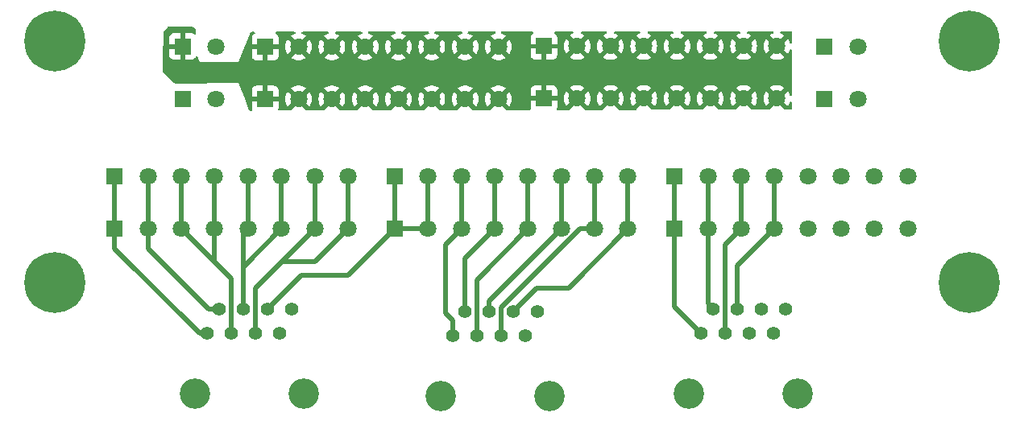
<source format=gbr>
%TF.GenerationSoftware,KiCad,Pcbnew,7.0.7*%
%TF.CreationDate,2024-06-02T15:26:58-07:00*%
%TF.ProjectId,AnalogBox,416e616c-6f67-4426-9f78-2e6b69636164,rev?*%
%TF.SameCoordinates,Original*%
%TF.FileFunction,Copper,L1,Top*%
%TF.FilePolarity,Positive*%
%FSLAX46Y46*%
G04 Gerber Fmt 4.6, Leading zero omitted, Abs format (unit mm)*
G04 Created by KiCad (PCBNEW 7.0.7) date 2024-06-02 15:26:58*
%MOMM*%
%LPD*%
G01*
G04 APERTURE LIST*
%TA.AperFunction,ComponentPad*%
%ADD10C,1.397000*%
%TD*%
%TA.AperFunction,ComponentPad*%
%ADD11C,3.200400*%
%TD*%
%TA.AperFunction,ComponentPad*%
%ADD12C,3.600000*%
%TD*%
%TA.AperFunction,ConnectorPad*%
%ADD13C,6.400000*%
%TD*%
%TA.AperFunction,ComponentPad*%
%ADD14R,1.800000X1.800000*%
%TD*%
%TA.AperFunction,ComponentPad*%
%ADD15C,1.800000*%
%TD*%
%TA.AperFunction,Conductor*%
%ADD16C,0.500000*%
%TD*%
G04 APERTURE END LIST*
D10*
%TO.P,J8,1,1*%
%TO.N,Switch13*%
X157099900Y-119124600D03*
%TO.P,J8,2,2*%
%TO.N,Switch14*%
X158369900Y-116584600D03*
%TO.P,J8,3,3*%
%TO.N,Switch15*%
X159639900Y-119124600D03*
%TO.P,J8,4,4*%
%TO.N,Switch16*%
X160909900Y-116584600D03*
%TO.P,J8,5,5*%
%TO.N,unconnected-(J8-Pad5)*%
X162179900Y-119124600D03*
%TO.P,J8,6,6*%
%TO.N,unconnected-(J8-Pad6)*%
X163449900Y-116584600D03*
%TO.P,J8,7,7*%
%TO.N,GND*%
X164719900Y-119124600D03*
%TO.P,J8,8,8*%
X165989900Y-116584600D03*
D11*
%TO.P,J8,9*%
%TO.N,N/C*%
X155829900Y-125474600D03*
%TO.P,J8,10*%
X167259900Y-125474600D03*
%TD*%
D12*
%TO.P,H4,1,1*%
%TO.N,unconnected-(H4-Pad1)*%
X185310000Y-113750000D03*
D13*
X185310000Y-113750000D03*
%TD*%
D12*
%TO.P,H1,1,1*%
%TO.N,unconnected-(H1-Pad1)*%
X89200000Y-88350000D03*
D13*
X89200000Y-88350000D03*
%TD*%
D10*
%TO.P,J5,1,1*%
%TO.N,Switch1*%
X105180000Y-119130000D03*
%TO.P,J5,2,2*%
%TO.N,Switch2*%
X106450000Y-116590000D03*
%TO.P,J5,3,3*%
%TO.N,Switch3*%
X107720000Y-119130000D03*
%TO.P,J5,4,4*%
%TO.N,Switch4*%
X108990000Y-116590000D03*
%TO.P,J5,5,5*%
%TO.N,Switch5*%
X110260000Y-119130000D03*
%TO.P,J5,6,6*%
%TO.N,Switch6*%
X111530000Y-116590000D03*
%TO.P,J5,7,7*%
%TO.N,GND*%
X112800000Y-119130000D03*
%TO.P,J5,8,8*%
X114070000Y-116590000D03*
D11*
%TO.P,J5,9*%
%TO.N,N/C*%
X103910000Y-125480000D03*
%TO.P,J5,10*%
X115340000Y-125480000D03*
%TD*%
D14*
%TO.P,J10,1_A,1*%
%TO.N,GND*%
X170080000Y-88962500D03*
%TO.P,J10,1_B*%
%TO.N,N/C*%
X170080000Y-94462500D03*
D15*
%TO.P,J10,2_A,2*%
%TO.N,GND*%
X173580000Y-88962500D03*
%TO.P,J10,2_B*%
%TO.N,N/C*%
X173580000Y-94462500D03*
%TD*%
D12*
%TO.P,H2,1,1*%
%TO.N,unconnected-(H2-Pad1)*%
X89200000Y-113750000D03*
D13*
X89200000Y-113750000D03*
%TD*%
D14*
%TO.P,J3,1_A,1*%
%TO.N,Switch6*%
X124930000Y-102640000D03*
%TO.P,J3,1_B,1__1*%
X124930000Y-108140000D03*
D15*
%TO.P,J3,2_A,2*%
X128430000Y-102640000D03*
%TO.P,J3,2_B,2__1*%
X128430000Y-108140000D03*
%TO.P,J3,3_A,3*%
%TO.N,Switch7*%
X131930000Y-102640000D03*
%TO.P,J3,3_B,3__1*%
X131930000Y-108140000D03*
%TO.P,J3,4_A,4*%
%TO.N,Switch8*%
X135430000Y-102640000D03*
%TO.P,J3,4_B,4__1*%
X135430000Y-108140000D03*
%TO.P,J3,5_A,5*%
%TO.N,Switch9*%
X138930000Y-102640000D03*
%TO.P,J3,5_B,5__1*%
X138930000Y-108140000D03*
%TO.P,J3,6_A,6*%
%TO.N,Switch10*%
X142430000Y-102640000D03*
%TO.P,J3,6_B,6__1*%
X142430000Y-108140000D03*
%TO.P,J3,7_A,7*%
%TO.N,Switch11*%
X145930000Y-102640000D03*
%TO.P,J3,7_B,7__1*%
X145930000Y-108140000D03*
%TO.P,J3,8_A,8*%
%TO.N,Switch12*%
X149430000Y-102640000D03*
%TO.P,J3,8_B,8__1*%
X149430000Y-108140000D03*
%TD*%
D14*
%TO.P,J7,1_A,1*%
%TO.N,+24V*%
X140590000Y-88940000D03*
%TO.P,J7,1_B,1__1*%
X140590000Y-94440000D03*
D15*
%TO.P,J7,2_A,2*%
X144090000Y-88940000D03*
%TO.P,J7,2_B,2__1*%
X144090000Y-94440000D03*
%TO.P,J7,3_A,3*%
X147590000Y-88940000D03*
%TO.P,J7,3_B,3__1*%
X147590000Y-94440000D03*
%TO.P,J7,4_A,4*%
X151090000Y-88940000D03*
%TO.P,J7,4_B,4__1*%
X151090000Y-94440000D03*
%TO.P,J7,5_A,5*%
X154590000Y-88940000D03*
%TO.P,J7,5_B,5__1*%
X154590000Y-94440000D03*
%TO.P,J7,6_A,6*%
X158090000Y-88940000D03*
%TO.P,J7,6_B,6__1*%
X158090000Y-94440000D03*
%TO.P,J7,7_A,7*%
X161590000Y-88940000D03*
%TO.P,J7,7_B,7__1*%
X161590000Y-94440000D03*
%TO.P,J7,8_A,8*%
X165090000Y-88940000D03*
%TO.P,J7,8_B,8__1*%
X165090000Y-94440000D03*
%TD*%
D14*
%TO.P,J9,1_A,1*%
%TO.N,Switch13*%
X154320000Y-102640000D03*
%TO.P,J9,1_B,1__1*%
X154320000Y-108140000D03*
D15*
%TO.P,J9,2_A,2*%
%TO.N,Switch14*%
X157820000Y-102640000D03*
%TO.P,J9,2_B,2__1*%
X157820000Y-108140000D03*
%TO.P,J9,3_A,3*%
%TO.N,Switch15*%
X161320000Y-102640000D03*
%TO.P,J9,3_B,3__1*%
X161320000Y-108140000D03*
%TO.P,J9,4_A,4*%
%TO.N,Switch16*%
X164820000Y-102640000D03*
%TO.P,J9,4_B,4__1*%
X164820000Y-108140000D03*
%TO.P,J9,5_A,5*%
%TO.N,unconnected-(J9-5-Pad5_A)*%
X168320000Y-102640000D03*
%TO.P,J9,5_B,5__1*%
%TO.N,unconnected-(J9-5__1-Pad5_B)*%
X168320000Y-108140000D03*
%TO.P,J9,6_A,6*%
%TO.N,unconnected-(J9-6-Pad6_A)*%
X171820000Y-102640000D03*
%TO.P,J9,6_B,6__1*%
%TO.N,unconnected-(J9-6__1-Pad6_B)*%
X171820000Y-108140000D03*
%TO.P,J9,7_A,7*%
%TO.N,unconnected-(J9-7-Pad7_A)*%
X175320000Y-102640000D03*
%TO.P,J9,7_B,7__1*%
%TO.N,unconnected-(J9-7__1-Pad7_B)*%
X175320000Y-108140000D03*
%TO.P,J9,8_A,8*%
%TO.N,GND*%
X178820000Y-102640000D03*
%TO.P,J9,8_B,8__1*%
X178820000Y-108140000D03*
%TD*%
D12*
%TO.P,H3,1,1*%
%TO.N,unconnected-(H3-Pad1)*%
X185310000Y-88350000D03*
D13*
X185310000Y-88350000D03*
%TD*%
D14*
%TO.P,J6,1_A,1*%
%TO.N,+24V*%
X102640000Y-88952500D03*
%TO.P,J6,1_B*%
%TO.N,N/C*%
X102640000Y-94452500D03*
D15*
%TO.P,J6,2_A,2*%
%TO.N,GND*%
X106140000Y-88952500D03*
%TO.P,J6,2_B*%
%TO.N,N/C*%
X106140000Y-94452500D03*
%TD*%
D10*
%TO.P,J1,1,1*%
%TO.N,Switch7*%
X131020000Y-119350000D03*
%TO.P,J1,2,2*%
%TO.N,Switch8*%
X132290000Y-116810000D03*
%TO.P,J1,3,3*%
%TO.N,Switch9*%
X133560000Y-119350000D03*
%TO.P,J1,4,4*%
%TO.N,Switch10*%
X134830000Y-116810000D03*
%TO.P,J1,5,5*%
%TO.N,Switch11*%
X136100000Y-119350000D03*
%TO.P,J1,6,6*%
%TO.N,Switch12*%
X137370000Y-116810000D03*
%TO.P,J1,7,7*%
%TO.N,GND*%
X138640000Y-119350000D03*
%TO.P,J1,8,8*%
X139910000Y-116810000D03*
D11*
%TO.P,J1,9*%
%TO.N,N/C*%
X129750000Y-125700000D03*
%TO.P,J1,10*%
X141180000Y-125700000D03*
%TD*%
D14*
%TO.P,J4,1_A,1*%
%TO.N,+24V*%
X111310000Y-88990000D03*
%TO.P,J4,1_B,1__1*%
X111310000Y-94490000D03*
D15*
%TO.P,J4,2_A,2*%
X114810000Y-88990000D03*
%TO.P,J4,2_B,2__1*%
X114810000Y-94490000D03*
%TO.P,J4,3_A,3*%
X118310000Y-88990000D03*
%TO.P,J4,3_B,3__1*%
X118310000Y-94490000D03*
%TO.P,J4,4_A,4*%
X121810000Y-88990000D03*
%TO.P,J4,4_B,4__1*%
X121810000Y-94490000D03*
%TO.P,J4,5_A,5*%
X125310000Y-88990000D03*
%TO.P,J4,5_B,5__1*%
X125310000Y-94490000D03*
%TO.P,J4,6_A,6*%
X128810000Y-88990000D03*
%TO.P,J4,6_B,6__1*%
X128810000Y-94490000D03*
%TO.P,J4,7_A,7*%
X132310000Y-88990000D03*
%TO.P,J4,7_B,7__1*%
X132310000Y-94490000D03*
%TO.P,J4,8_A,8*%
X135810000Y-88990000D03*
%TO.P,J4,8_B,8__1*%
X135810000Y-94490000D03*
%TD*%
D14*
%TO.P,J2,1_A,1*%
%TO.N,Switch1*%
X95500000Y-102650000D03*
%TO.P,J2,1_B,1__1*%
X95500000Y-108150000D03*
D15*
%TO.P,J2,2_A,2*%
%TO.N,Switch2*%
X99000000Y-102650000D03*
%TO.P,J2,2_B,2__1*%
X99000000Y-108150000D03*
%TO.P,J2,3_A,3*%
%TO.N,Switch3*%
X102500000Y-102650000D03*
%TO.P,J2,3_B,3__1*%
X102500000Y-108150000D03*
%TO.P,J2,4_A,4*%
X106000000Y-102650000D03*
%TO.P,J2,4_B,4__1*%
X106000000Y-108150000D03*
%TO.P,J2,5_A,5*%
%TO.N,Switch4*%
X109500000Y-102650000D03*
%TO.P,J2,5_B,5__1*%
X109500000Y-108150000D03*
%TO.P,J2,6_A,6*%
X113000000Y-102650000D03*
%TO.P,J2,6_B,6__1*%
X113000000Y-108150000D03*
%TO.P,J2,7_A,7*%
%TO.N,Switch5*%
X116500000Y-102650000D03*
%TO.P,J2,7_B,7__1*%
X116500000Y-108150000D03*
%TO.P,J2,8_A,8*%
X120000000Y-102650000D03*
%TO.P,J2,8_B,8__1*%
X120000000Y-108150000D03*
%TD*%
D16*
%TO.N,Switch9*%
X133560000Y-113510000D02*
X133560000Y-119350000D01*
X138930000Y-108140000D02*
X138930000Y-102640000D01*
X138930000Y-108140000D02*
X133560000Y-113510000D01*
%TO.N,Switch10*%
X142430000Y-108140000D02*
X142430000Y-102640000D01*
X134830000Y-115740000D02*
X134830000Y-116810000D01*
X142430000Y-108140000D02*
X134830000Y-115740000D01*
%TO.N,Switch11*%
X145930000Y-108250000D02*
X145930000Y-108140000D01*
X145930000Y-108140000D02*
X145930000Y-102640000D01*
X136100000Y-119350000D02*
X136100000Y-116455775D01*
X145930000Y-108140000D02*
X144415775Y-108140000D01*
X144415775Y-108140000D02*
X136100000Y-116455775D01*
%TO.N,Switch12*%
X139830000Y-114350000D02*
X137370000Y-116810000D01*
X143220000Y-114350000D02*
X139830000Y-114350000D01*
X149430000Y-108140000D02*
X149430000Y-102640000D01*
X149430000Y-108140000D02*
X143220000Y-114350000D01*
%TO.N,Switch1*%
X95500000Y-110220000D02*
X104410000Y-119130000D01*
X104410000Y-119130000D02*
X105180000Y-119130000D01*
X95500000Y-108150000D02*
X95500000Y-102650000D01*
X95500000Y-108150000D02*
X95500000Y-110220000D01*
%TO.N,Switch2*%
X99000000Y-110220000D02*
X99000000Y-108150000D01*
X99000000Y-108150000D02*
X99000000Y-102650000D01*
X105370000Y-116590000D02*
X99000000Y-110220000D01*
X99000000Y-108150000D02*
X99030000Y-108180000D01*
X106450000Y-116590000D02*
X105370000Y-116590000D01*
%TO.N,Switch3*%
X106000000Y-111650000D02*
X106045000Y-111695000D01*
X106045000Y-111695000D02*
X102500000Y-108150000D01*
X107720000Y-119130000D02*
X107720000Y-113370000D01*
X106000000Y-102650000D02*
X106000000Y-108150000D01*
X107720000Y-113370000D02*
X106045000Y-111695000D01*
X102500000Y-108150000D02*
X102500000Y-102650000D01*
X106000000Y-108150000D02*
X106000000Y-111650000D01*
%TO.N,Switch7*%
X131020000Y-117750000D02*
X130270000Y-117000000D01*
X131020000Y-119350000D02*
X131020000Y-117750000D01*
X131930000Y-108140000D02*
X131930000Y-102640000D01*
X130270000Y-117000000D02*
X130270000Y-109800000D01*
X130270000Y-109800000D02*
X131930000Y-108140000D01*
%TO.N,Switch8*%
X135430000Y-108140000D02*
X132290000Y-111280000D01*
X135430000Y-108140000D02*
X135430000Y-102640000D01*
X132290000Y-111280000D02*
X132290000Y-116810000D01*
%TO.N,Switch4*%
X113000000Y-108150000D02*
X108990000Y-112160000D01*
X108990000Y-112160000D02*
X108990000Y-112230000D01*
X108990000Y-108660000D02*
X109500000Y-108150000D01*
X108990000Y-112230000D02*
X108990000Y-111210000D01*
X108990000Y-116590000D02*
X108990000Y-112230000D01*
X108990000Y-111140000D02*
X108990000Y-111210000D01*
X113000000Y-108150000D02*
X113000000Y-102650000D01*
X109500000Y-102650000D02*
X109500000Y-108150000D01*
X108990000Y-111210000D02*
X108990000Y-108660000D01*
%TO.N,Switch5*%
X120010000Y-108140000D02*
X120000000Y-108150000D01*
X116530000Y-111620000D02*
X112990000Y-111620000D01*
X120000000Y-108150000D02*
X116530000Y-111620000D01*
X119410000Y-108150000D02*
X120000000Y-108150000D01*
X116500000Y-108150000D02*
X113010000Y-111640000D01*
X120000000Y-102650000D02*
X120000000Y-108150000D01*
X110260000Y-114390000D02*
X113010000Y-111640000D01*
X116500000Y-108150000D02*
X116500000Y-102650000D01*
X113010000Y-111640000D02*
X112990000Y-111620000D01*
X110260000Y-119130000D02*
X110260000Y-114390000D01*
%TO.N,Switch6*%
X120010000Y-113060000D02*
X124930000Y-108140000D01*
X124920000Y-102650000D02*
X124930000Y-102640000D01*
X124930000Y-108140000D02*
X124930000Y-102640000D01*
X128430000Y-108140000D02*
X128430000Y-102640000D01*
X111530000Y-116590000D02*
X115060000Y-113060000D01*
X128430000Y-108140000D02*
X124930000Y-108140000D01*
X115060000Y-113060000D02*
X120010000Y-113060000D01*
%TO.N,Switch13*%
X154320000Y-108140000D02*
X154320000Y-102640000D01*
X154320000Y-116344700D02*
X157099900Y-119124600D01*
X154320000Y-108140000D02*
X154320000Y-116344700D01*
%TO.N,Switch14*%
X157820000Y-116034700D02*
X158369900Y-116584600D01*
X157820000Y-108140000D02*
X157820000Y-102640000D01*
X157820000Y-108140000D02*
X157820000Y-116034700D01*
%TO.N,Switch15*%
X161320000Y-108140000D02*
X161320000Y-102640000D01*
X159639900Y-109820100D02*
X159639900Y-119124600D01*
X161320000Y-108140000D02*
X159639900Y-109820100D01*
%TO.N,Switch16*%
X164820000Y-108140000D02*
X164820000Y-102640000D01*
X160909900Y-116584600D02*
X160909900Y-112050100D01*
X160909900Y-112050100D02*
X164820000Y-108140000D01*
%TD*%
%TA.AperFunction,Conductor*%
%TO.N,+24V*%
G36*
X103684941Y-86909831D02*
G01*
X103751904Y-86929765D01*
X103764432Y-86939052D01*
X104005964Y-87142845D01*
X104044508Y-87201120D01*
X104050000Y-87237616D01*
X104050000Y-87561983D01*
X104030315Y-87629022D01*
X103977511Y-87674777D01*
X103908353Y-87684721D01*
X103851689Y-87661249D01*
X103782093Y-87609149D01*
X103782086Y-87609145D01*
X103647379Y-87558903D01*
X103647372Y-87558901D01*
X103587844Y-87552500D01*
X102890000Y-87552500D01*
X102890000Y-88238841D01*
X102870315Y-88305880D01*
X102817511Y-88351635D01*
X102749815Y-88361780D01*
X102679333Y-88352501D01*
X102679328Y-88352500D01*
X102679323Y-88352500D01*
X102600677Y-88352500D01*
X102600671Y-88352500D01*
X102600666Y-88352501D01*
X102530185Y-88361780D01*
X102461150Y-88351014D01*
X102408894Y-88304634D01*
X102390000Y-88238841D01*
X102390000Y-87552500D01*
X101692155Y-87552500D01*
X101632627Y-87558901D01*
X101632620Y-87558903D01*
X101497913Y-87609145D01*
X101497906Y-87609149D01*
X101382812Y-87695309D01*
X101382809Y-87695312D01*
X101296649Y-87810406D01*
X101296645Y-87810413D01*
X101246403Y-87945120D01*
X101246401Y-87945127D01*
X101240000Y-88004655D01*
X101240000Y-88702500D01*
X101926342Y-88702500D01*
X101993381Y-88722185D01*
X102039136Y-88774989D01*
X102049280Y-88842683D01*
X102034823Y-88952500D01*
X102049280Y-89062316D01*
X102038516Y-89131349D01*
X101992136Y-89183605D01*
X101926342Y-89202500D01*
X101240000Y-89202500D01*
X101240000Y-89900344D01*
X101246401Y-89959872D01*
X101246403Y-89959879D01*
X101296645Y-90094586D01*
X101296649Y-90094593D01*
X101382809Y-90209687D01*
X101382812Y-90209690D01*
X101497906Y-90295850D01*
X101497913Y-90295854D01*
X101632620Y-90346096D01*
X101632627Y-90346098D01*
X101692155Y-90352499D01*
X101692172Y-90352500D01*
X102390000Y-90352500D01*
X102390000Y-89666158D01*
X102409685Y-89599119D01*
X102462489Y-89553364D01*
X102530184Y-89543219D01*
X102600677Y-89552500D01*
X102600684Y-89552500D01*
X102679316Y-89552500D01*
X102679323Y-89552500D01*
X102749815Y-89543219D01*
X102818849Y-89553984D01*
X102871105Y-89600364D01*
X102890000Y-89666158D01*
X102890000Y-90352500D01*
X103587828Y-90352500D01*
X103587844Y-90352499D01*
X103647372Y-90346098D01*
X103647379Y-90346096D01*
X103782086Y-90295854D01*
X103782093Y-90295850D01*
X103897187Y-90209690D01*
X103897190Y-90209687D01*
X103983350Y-90094593D01*
X103983353Y-90094588D01*
X103991756Y-90072058D01*
X104033626Y-90016124D01*
X104099090Y-89991705D01*
X104167363Y-90006555D01*
X104216770Y-90055960D01*
X104223308Y-90069935D01*
X104304672Y-90276476D01*
X104439999Y-90619998D01*
X104440000Y-90619999D01*
X104440000Y-90620000D01*
X108530000Y-90610000D01*
X109788733Y-87487561D01*
X109832053Y-87432746D01*
X109898135Y-87410053D01*
X109903608Y-87409926D01*
X110115838Y-87409739D01*
X110182893Y-87429365D01*
X110228694Y-87482128D01*
X110238698Y-87551278D01*
X110209729Y-87614859D01*
X110175381Y-87642566D01*
X110167912Y-87646644D01*
X110052812Y-87732809D01*
X110052809Y-87732812D01*
X109966649Y-87847906D01*
X109966645Y-87847913D01*
X109916403Y-87982620D01*
X109916401Y-87982627D01*
X109910000Y-88042155D01*
X109910000Y-88740000D01*
X110596342Y-88740000D01*
X110663381Y-88759685D01*
X110709136Y-88812489D01*
X110719280Y-88880183D01*
X110704823Y-88990000D01*
X110719280Y-89099816D01*
X110708516Y-89168849D01*
X110662136Y-89221105D01*
X110596342Y-89240000D01*
X109910000Y-89240000D01*
X109910000Y-89937844D01*
X109916401Y-89997372D01*
X109916403Y-89997379D01*
X109966645Y-90132086D01*
X109966649Y-90132093D01*
X110052809Y-90247187D01*
X110052812Y-90247190D01*
X110167906Y-90333350D01*
X110167913Y-90333354D01*
X110302620Y-90383596D01*
X110302627Y-90383598D01*
X110362155Y-90389999D01*
X110362172Y-90390000D01*
X111060000Y-90390000D01*
X111060000Y-89703658D01*
X111079685Y-89636619D01*
X111132489Y-89590864D01*
X111200184Y-89580719D01*
X111270677Y-89590000D01*
X111270684Y-89590000D01*
X111349316Y-89590000D01*
X111349323Y-89590000D01*
X111419815Y-89580719D01*
X111488849Y-89591484D01*
X111541105Y-89637864D01*
X111560000Y-89703658D01*
X111560000Y-90390000D01*
X112257828Y-90390000D01*
X112257844Y-90389999D01*
X112317372Y-90383598D01*
X112317379Y-90383596D01*
X112452086Y-90333354D01*
X112452093Y-90333350D01*
X112567187Y-90247190D01*
X112567190Y-90247187D01*
X112653350Y-90132093D01*
X112653354Y-90132086D01*
X112703596Y-89997379D01*
X112703598Y-89997372D01*
X112709999Y-89937844D01*
X112710000Y-89937827D01*
X112710000Y-89240000D01*
X112023658Y-89240000D01*
X111956619Y-89220315D01*
X111910864Y-89167511D01*
X111900719Y-89099816D01*
X111915177Y-88990000D01*
X111900719Y-88880183D01*
X111911484Y-88811151D01*
X111957864Y-88758895D01*
X112023658Y-88740000D01*
X112710000Y-88740000D01*
X112710000Y-88042172D01*
X112709999Y-88042155D01*
X112703598Y-87982627D01*
X112703596Y-87982620D01*
X112653354Y-87847913D01*
X112653350Y-87847906D01*
X112567190Y-87732812D01*
X112567187Y-87732809D01*
X112452093Y-87646649D01*
X112444304Y-87642396D01*
X112445375Y-87640434D01*
X112399311Y-87605944D01*
X112374901Y-87540477D01*
X112389760Y-87472205D01*
X112439171Y-87422805D01*
X112498474Y-87407644D01*
X114369155Y-87405999D01*
X114436210Y-87425625D01*
X114482011Y-87478388D01*
X114492015Y-87547538D01*
X114463046Y-87611119D01*
X114409525Y-87647280D01*
X114245706Y-87703520D01*
X114245698Y-87703523D01*
X114041644Y-87813952D01*
X114011200Y-87837646D01*
X114011200Y-87837647D01*
X114482143Y-88308590D01*
X114515628Y-88369913D01*
X114510644Y-88439605D01*
X114469949Y-88494646D01*
X114382075Y-88562074D01*
X114382074Y-88562075D01*
X114314646Y-88649949D01*
X114258218Y-88691151D01*
X114188472Y-88695306D01*
X114128590Y-88662143D01*
X113658812Y-88192365D01*
X113574516Y-88321391D01*
X113574514Y-88321395D01*
X113481317Y-88533864D01*
X113424361Y-88758781D01*
X113405202Y-88989994D01*
X113405202Y-88990005D01*
X113424361Y-89221218D01*
X113481317Y-89446135D01*
X113574516Y-89658609D01*
X113658811Y-89787633D01*
X114128590Y-89317855D01*
X114189913Y-89284370D01*
X114259604Y-89289354D01*
X114314645Y-89330049D01*
X114382075Y-89417925D01*
X114458541Y-89476599D01*
X114469947Y-89485351D01*
X114511150Y-89541779D01*
X114515305Y-89611525D01*
X114482142Y-89671408D01*
X114011199Y-90142350D01*
X114011199Y-90142351D01*
X114041650Y-90166050D01*
X114245697Y-90276476D01*
X114245706Y-90276479D01*
X114465139Y-90351811D01*
X114693993Y-90390000D01*
X114926007Y-90390000D01*
X115154860Y-90351811D01*
X115374293Y-90276479D01*
X115374302Y-90276476D01*
X115578350Y-90166050D01*
X115608798Y-90142351D01*
X115137856Y-89671409D01*
X115104371Y-89610086D01*
X115109355Y-89540394D01*
X115150049Y-89485353D01*
X115237925Y-89417925D01*
X115305354Y-89330048D01*
X115361779Y-89288848D01*
X115431525Y-89284693D01*
X115491409Y-89317856D01*
X115961186Y-89787634D01*
X116045484Y-89658606D01*
X116138682Y-89446135D01*
X116195638Y-89221218D01*
X116214798Y-88990005D01*
X116214798Y-88989994D01*
X116195638Y-88758781D01*
X116138682Y-88533864D01*
X116045483Y-88321390D01*
X115961186Y-88192364D01*
X115491408Y-88662142D01*
X115430085Y-88695627D01*
X115360393Y-88690643D01*
X115305351Y-88649947D01*
X115305324Y-88649912D01*
X115237925Y-88562075D01*
X115150049Y-88494645D01*
X115108847Y-88438219D01*
X115104692Y-88368473D01*
X115137855Y-88308590D01*
X115608799Y-87837647D01*
X115578349Y-87813949D01*
X115374302Y-87703523D01*
X115374293Y-87703520D01*
X115208222Y-87646507D01*
X115151206Y-87606121D01*
X115125076Y-87541322D01*
X115138128Y-87472682D01*
X115186217Y-87421994D01*
X115248373Y-87405226D01*
X117878141Y-87402914D01*
X117945198Y-87422540D01*
X117990999Y-87475303D01*
X118001003Y-87544453D01*
X117972034Y-87608034D01*
X117918513Y-87644195D01*
X117745706Y-87703520D01*
X117745698Y-87703523D01*
X117541644Y-87813952D01*
X117511200Y-87837646D01*
X117511200Y-87837647D01*
X117982143Y-88308590D01*
X118015628Y-88369913D01*
X118010644Y-88439605D01*
X117969949Y-88494646D01*
X117882075Y-88562074D01*
X117882074Y-88562075D01*
X117814646Y-88649949D01*
X117758218Y-88691151D01*
X117688472Y-88695306D01*
X117628590Y-88662143D01*
X117158812Y-88192365D01*
X117074516Y-88321391D01*
X117074514Y-88321395D01*
X116981317Y-88533864D01*
X116924361Y-88758781D01*
X116905202Y-88989994D01*
X116905202Y-88990005D01*
X116924361Y-89221218D01*
X116981317Y-89446135D01*
X117074516Y-89658609D01*
X117158811Y-89787633D01*
X117628590Y-89317855D01*
X117689913Y-89284370D01*
X117759604Y-89289354D01*
X117814645Y-89330049D01*
X117882075Y-89417925D01*
X117958541Y-89476599D01*
X117969947Y-89485351D01*
X118011150Y-89541779D01*
X118015305Y-89611525D01*
X117982142Y-89671408D01*
X117511199Y-90142350D01*
X117511199Y-90142351D01*
X117541650Y-90166050D01*
X117745697Y-90276476D01*
X117745706Y-90276479D01*
X117965139Y-90351811D01*
X118193993Y-90390000D01*
X118426007Y-90390000D01*
X118654860Y-90351811D01*
X118874293Y-90276479D01*
X118874302Y-90276476D01*
X119078350Y-90166050D01*
X119108798Y-90142351D01*
X118637856Y-89671409D01*
X118604371Y-89610086D01*
X118609355Y-89540394D01*
X118650049Y-89485353D01*
X118737925Y-89417925D01*
X118805354Y-89330048D01*
X118861779Y-89288848D01*
X118931525Y-89284693D01*
X118991409Y-89317856D01*
X119461186Y-89787634D01*
X119545484Y-89658606D01*
X119638682Y-89446135D01*
X119695638Y-89221218D01*
X119714798Y-88990005D01*
X119714798Y-88989994D01*
X119695638Y-88758781D01*
X119638682Y-88533864D01*
X119545483Y-88321390D01*
X119461186Y-88192364D01*
X118991408Y-88662142D01*
X118930085Y-88695627D01*
X118860393Y-88690643D01*
X118805351Y-88649947D01*
X118805324Y-88649912D01*
X118737925Y-88562075D01*
X118650049Y-88494645D01*
X118608847Y-88438219D01*
X118604692Y-88368473D01*
X118637855Y-88308590D01*
X119108799Y-87837647D01*
X119078349Y-87813949D01*
X118874302Y-87703523D01*
X118874293Y-87703520D01*
X118699280Y-87643437D01*
X118642264Y-87603051D01*
X118616134Y-87538252D01*
X118629186Y-87469612D01*
X118677275Y-87418924D01*
X118739431Y-87402156D01*
X121387130Y-87399828D01*
X121454186Y-87419454D01*
X121499987Y-87472217D01*
X121509991Y-87541367D01*
X121481022Y-87604948D01*
X121427501Y-87641109D01*
X121245706Y-87703520D01*
X121245698Y-87703523D01*
X121041644Y-87813952D01*
X121011200Y-87837646D01*
X121011200Y-87837647D01*
X121482143Y-88308590D01*
X121515628Y-88369913D01*
X121510644Y-88439605D01*
X121469949Y-88494646D01*
X121382075Y-88562074D01*
X121382074Y-88562075D01*
X121314646Y-88649949D01*
X121258218Y-88691151D01*
X121188472Y-88695306D01*
X121128590Y-88662143D01*
X120658812Y-88192365D01*
X120574516Y-88321391D01*
X120574514Y-88321395D01*
X120481317Y-88533864D01*
X120424361Y-88758781D01*
X120405202Y-88989994D01*
X120405202Y-88990005D01*
X120424361Y-89221218D01*
X120481317Y-89446135D01*
X120574516Y-89658609D01*
X120658811Y-89787633D01*
X121128590Y-89317855D01*
X121189913Y-89284370D01*
X121259604Y-89289354D01*
X121314645Y-89330049D01*
X121382075Y-89417925D01*
X121458541Y-89476599D01*
X121469947Y-89485351D01*
X121511150Y-89541779D01*
X121515305Y-89611525D01*
X121482142Y-89671408D01*
X121011199Y-90142350D01*
X121011199Y-90142351D01*
X121041650Y-90166050D01*
X121245697Y-90276476D01*
X121245706Y-90276479D01*
X121465139Y-90351811D01*
X121693993Y-90390000D01*
X121926007Y-90390000D01*
X122154860Y-90351811D01*
X122374293Y-90276479D01*
X122374302Y-90276476D01*
X122578350Y-90166050D01*
X122608798Y-90142351D01*
X122137856Y-89671409D01*
X122104371Y-89610086D01*
X122109355Y-89540394D01*
X122150049Y-89485353D01*
X122237925Y-89417925D01*
X122305354Y-89330048D01*
X122361779Y-89288848D01*
X122431525Y-89284693D01*
X122491409Y-89317856D01*
X122961186Y-89787634D01*
X123045484Y-89658606D01*
X123138682Y-89446135D01*
X123195638Y-89221218D01*
X123214798Y-88990005D01*
X123214798Y-88989994D01*
X123195638Y-88758781D01*
X123138682Y-88533864D01*
X123045483Y-88321390D01*
X122961186Y-88192364D01*
X122491408Y-88662142D01*
X122430085Y-88695627D01*
X122360393Y-88690643D01*
X122305351Y-88649947D01*
X122305324Y-88649912D01*
X122237925Y-88562075D01*
X122150049Y-88494645D01*
X122108847Y-88438219D01*
X122104692Y-88368473D01*
X122137855Y-88308590D01*
X122608799Y-87837647D01*
X122578349Y-87813949D01*
X122374302Y-87703523D01*
X122374293Y-87703520D01*
X122190338Y-87640367D01*
X122133322Y-87599981D01*
X122107192Y-87535182D01*
X122120244Y-87466542D01*
X122168333Y-87415854D01*
X122230489Y-87399086D01*
X124896119Y-87396742D01*
X124963174Y-87416368D01*
X125008975Y-87469131D01*
X125018979Y-87538281D01*
X124990010Y-87601862D01*
X124936489Y-87638023D01*
X124745706Y-87703520D01*
X124745698Y-87703523D01*
X124541644Y-87813952D01*
X124511200Y-87837646D01*
X124511200Y-87837647D01*
X124982143Y-88308590D01*
X125015628Y-88369913D01*
X125010644Y-88439605D01*
X124969949Y-88494646D01*
X124882075Y-88562074D01*
X124882074Y-88562075D01*
X124814646Y-88649949D01*
X124758218Y-88691151D01*
X124688472Y-88695306D01*
X124628590Y-88662143D01*
X124158812Y-88192365D01*
X124074516Y-88321391D01*
X124074514Y-88321395D01*
X123981317Y-88533864D01*
X123924361Y-88758781D01*
X123905202Y-88989994D01*
X123905202Y-88990005D01*
X123924361Y-89221218D01*
X123981317Y-89446135D01*
X124074516Y-89658609D01*
X124158811Y-89787633D01*
X124628590Y-89317855D01*
X124689913Y-89284370D01*
X124759604Y-89289354D01*
X124814645Y-89330049D01*
X124882075Y-89417925D01*
X124958541Y-89476599D01*
X124969947Y-89485351D01*
X125011150Y-89541779D01*
X125015305Y-89611525D01*
X124982142Y-89671408D01*
X124511199Y-90142350D01*
X124511199Y-90142351D01*
X124541650Y-90166050D01*
X124745697Y-90276476D01*
X124745706Y-90276479D01*
X124965139Y-90351811D01*
X125193993Y-90390000D01*
X125426007Y-90390000D01*
X125654860Y-90351811D01*
X125874293Y-90276479D01*
X125874302Y-90276476D01*
X126078350Y-90166050D01*
X126108798Y-90142351D01*
X125637856Y-89671409D01*
X125604371Y-89610086D01*
X125609355Y-89540394D01*
X125650049Y-89485353D01*
X125737925Y-89417925D01*
X125805354Y-89330048D01*
X125861779Y-89288848D01*
X125931525Y-89284693D01*
X125991409Y-89317856D01*
X126461186Y-89787634D01*
X126545484Y-89658606D01*
X126638682Y-89446135D01*
X126695638Y-89221218D01*
X126714798Y-88990005D01*
X126714798Y-88989994D01*
X126695638Y-88758781D01*
X126638682Y-88533864D01*
X126545483Y-88321390D01*
X126461186Y-88192364D01*
X125991408Y-88662142D01*
X125930085Y-88695627D01*
X125860393Y-88690643D01*
X125805351Y-88649947D01*
X125805324Y-88649912D01*
X125737925Y-88562075D01*
X125650049Y-88494645D01*
X125608847Y-88438219D01*
X125604692Y-88368473D01*
X125637855Y-88308590D01*
X126108799Y-87837647D01*
X126078349Y-87813949D01*
X125874302Y-87703523D01*
X125874293Y-87703520D01*
X125681396Y-87637297D01*
X125624380Y-87596911D01*
X125598250Y-87532111D01*
X125611302Y-87463472D01*
X125659391Y-87412784D01*
X125721546Y-87396016D01*
X128405105Y-87393657D01*
X128472162Y-87413283D01*
X128517963Y-87466046D01*
X128527967Y-87535196D01*
X128498998Y-87598777D01*
X128445477Y-87634938D01*
X128245706Y-87703520D01*
X128245698Y-87703523D01*
X128041644Y-87813952D01*
X128011200Y-87837646D01*
X128011200Y-87837647D01*
X128482143Y-88308590D01*
X128515628Y-88369913D01*
X128510644Y-88439605D01*
X128469949Y-88494646D01*
X128382075Y-88562074D01*
X128382074Y-88562075D01*
X128314646Y-88649949D01*
X128258218Y-88691151D01*
X128188472Y-88695306D01*
X128128590Y-88662143D01*
X127658812Y-88192365D01*
X127574516Y-88321391D01*
X127574514Y-88321395D01*
X127481317Y-88533864D01*
X127424361Y-88758781D01*
X127405202Y-88989994D01*
X127405202Y-88990005D01*
X127424361Y-89221218D01*
X127481317Y-89446135D01*
X127574516Y-89658609D01*
X127658811Y-89787633D01*
X128128590Y-89317855D01*
X128189913Y-89284370D01*
X128259604Y-89289354D01*
X128314645Y-89330049D01*
X128382075Y-89417925D01*
X128458541Y-89476599D01*
X128469947Y-89485351D01*
X128511150Y-89541779D01*
X128515305Y-89611525D01*
X128482142Y-89671408D01*
X128011199Y-90142350D01*
X128011199Y-90142351D01*
X128041650Y-90166050D01*
X128245697Y-90276476D01*
X128245706Y-90276479D01*
X128465139Y-90351811D01*
X128693993Y-90390000D01*
X128926007Y-90390000D01*
X129154860Y-90351811D01*
X129374293Y-90276479D01*
X129374302Y-90276476D01*
X129578350Y-90166050D01*
X129608798Y-90142351D01*
X129137856Y-89671409D01*
X129104371Y-89610086D01*
X129109355Y-89540394D01*
X129150049Y-89485353D01*
X129237925Y-89417925D01*
X129305354Y-89330048D01*
X129361779Y-89288848D01*
X129431525Y-89284693D01*
X129491409Y-89317856D01*
X129961186Y-89787634D01*
X130045484Y-89658606D01*
X130138682Y-89446135D01*
X130195638Y-89221218D01*
X130214798Y-88990005D01*
X130214798Y-88989994D01*
X130195638Y-88758781D01*
X130138682Y-88533864D01*
X130045483Y-88321390D01*
X129961186Y-88192364D01*
X129491408Y-88662142D01*
X129430085Y-88695627D01*
X129360393Y-88690643D01*
X129305351Y-88649947D01*
X129305324Y-88649912D01*
X129237925Y-88562075D01*
X129150049Y-88494645D01*
X129108847Y-88438219D01*
X129104692Y-88368473D01*
X129137855Y-88308590D01*
X129608799Y-87837647D01*
X129578349Y-87813949D01*
X129374302Y-87703523D01*
X129374293Y-87703520D01*
X129172453Y-87634228D01*
X129115438Y-87593843D01*
X129089307Y-87529043D01*
X129102358Y-87460403D01*
X129150447Y-87409715D01*
X129212606Y-87392947D01*
X131914094Y-87390571D01*
X131981150Y-87410197D01*
X132026951Y-87462960D01*
X132036955Y-87532110D01*
X132007986Y-87595691D01*
X131954465Y-87631852D01*
X131745706Y-87703520D01*
X131745698Y-87703523D01*
X131541644Y-87813952D01*
X131511200Y-87837646D01*
X131511200Y-87837647D01*
X131982143Y-88308590D01*
X132015628Y-88369913D01*
X132010644Y-88439605D01*
X131969949Y-88494646D01*
X131882075Y-88562074D01*
X131882074Y-88562075D01*
X131814646Y-88649949D01*
X131758218Y-88691151D01*
X131688472Y-88695306D01*
X131628590Y-88662143D01*
X131158812Y-88192365D01*
X131074516Y-88321391D01*
X131074514Y-88321395D01*
X130981317Y-88533864D01*
X130924361Y-88758781D01*
X130905202Y-88989994D01*
X130905202Y-88990005D01*
X130924361Y-89221218D01*
X130981317Y-89446135D01*
X131074516Y-89658609D01*
X131158811Y-89787633D01*
X131628590Y-89317855D01*
X131689913Y-89284370D01*
X131759604Y-89289354D01*
X131814645Y-89330049D01*
X131882075Y-89417925D01*
X131958541Y-89476599D01*
X131969947Y-89485351D01*
X132011150Y-89541779D01*
X132015305Y-89611525D01*
X131982142Y-89671408D01*
X131511199Y-90142350D01*
X131511199Y-90142351D01*
X131541650Y-90166050D01*
X131745697Y-90276476D01*
X131745706Y-90276479D01*
X131965139Y-90351811D01*
X132193993Y-90390000D01*
X132426007Y-90390000D01*
X132654860Y-90351811D01*
X132874293Y-90276479D01*
X132874302Y-90276476D01*
X133078350Y-90166050D01*
X133108798Y-90142351D01*
X132637856Y-89671409D01*
X132604371Y-89610086D01*
X132609355Y-89540394D01*
X132650049Y-89485353D01*
X132737925Y-89417925D01*
X132805354Y-89330048D01*
X132861779Y-89288848D01*
X132931525Y-89284693D01*
X132991409Y-89317856D01*
X133461186Y-89787634D01*
X133545484Y-89658606D01*
X133638682Y-89446135D01*
X133695638Y-89221218D01*
X133714798Y-88990005D01*
X133714798Y-88989994D01*
X133695638Y-88758781D01*
X133638682Y-88533864D01*
X133545483Y-88321390D01*
X133461186Y-88192364D01*
X132991408Y-88662142D01*
X132930085Y-88695627D01*
X132860393Y-88690643D01*
X132805351Y-88649947D01*
X132805324Y-88649912D01*
X132737925Y-88562075D01*
X132650049Y-88494645D01*
X132608847Y-88438219D01*
X132604692Y-88368473D01*
X132637855Y-88308590D01*
X133108799Y-87837647D01*
X133078349Y-87813949D01*
X132874302Y-87703523D01*
X132874293Y-87703520D01*
X132663511Y-87631158D01*
X132606496Y-87590773D01*
X132580365Y-87525973D01*
X132593416Y-87457333D01*
X132641505Y-87406645D01*
X132703664Y-87389877D01*
X135423083Y-87387485D01*
X135490138Y-87407111D01*
X135535939Y-87459874D01*
X135545943Y-87529024D01*
X135516974Y-87592605D01*
X135463453Y-87628766D01*
X135245706Y-87703519D01*
X135245698Y-87703523D01*
X135041644Y-87813952D01*
X135011200Y-87837646D01*
X135011200Y-87837647D01*
X135482143Y-88308590D01*
X135515628Y-88369913D01*
X135510644Y-88439605D01*
X135469949Y-88494646D01*
X135382075Y-88562074D01*
X135382074Y-88562075D01*
X135314646Y-88649949D01*
X135258218Y-88691151D01*
X135188472Y-88695306D01*
X135128590Y-88662143D01*
X134658812Y-88192365D01*
X134574516Y-88321391D01*
X134574514Y-88321395D01*
X134481317Y-88533864D01*
X134424361Y-88758781D01*
X134405202Y-88989994D01*
X134405202Y-88990005D01*
X134424361Y-89221218D01*
X134481317Y-89446135D01*
X134574516Y-89658609D01*
X134658811Y-89787633D01*
X135128590Y-89317855D01*
X135189913Y-89284370D01*
X135259604Y-89289354D01*
X135314645Y-89330049D01*
X135382075Y-89417925D01*
X135458541Y-89476599D01*
X135469947Y-89485351D01*
X135511150Y-89541779D01*
X135515305Y-89611525D01*
X135482142Y-89671408D01*
X135011199Y-90142350D01*
X135011199Y-90142351D01*
X135041650Y-90166050D01*
X135245697Y-90276476D01*
X135245706Y-90276479D01*
X135465139Y-90351811D01*
X135693993Y-90390000D01*
X135926007Y-90390000D01*
X136154860Y-90351811D01*
X136374293Y-90276479D01*
X136374302Y-90276476D01*
X136578350Y-90166050D01*
X136608798Y-90142351D01*
X136137856Y-89671409D01*
X136104371Y-89610086D01*
X136109355Y-89540394D01*
X136150049Y-89485353D01*
X136237925Y-89417925D01*
X136305354Y-89330048D01*
X136361779Y-89288848D01*
X136431525Y-89284693D01*
X136491409Y-89317856D01*
X136961186Y-89787634D01*
X137045484Y-89658606D01*
X137138682Y-89446135D01*
X137195638Y-89221218D01*
X137214798Y-88990005D01*
X137214798Y-88989994D01*
X137195638Y-88758781D01*
X137138682Y-88533864D01*
X137045483Y-88321390D01*
X136961186Y-88192364D01*
X136491408Y-88662142D01*
X136430085Y-88695627D01*
X136360393Y-88690643D01*
X136305351Y-88649947D01*
X136305324Y-88649912D01*
X136237925Y-88562075D01*
X136150049Y-88494645D01*
X136108847Y-88438219D01*
X136104692Y-88368473D01*
X136137855Y-88308590D01*
X136608799Y-87837647D01*
X136578349Y-87813949D01*
X136374302Y-87703523D01*
X136374293Y-87703520D01*
X136154569Y-87628088D01*
X136097554Y-87587702D01*
X136071423Y-87522903D01*
X136084475Y-87454263D01*
X136132563Y-87403575D01*
X136194721Y-87386807D01*
X139359272Y-87384024D01*
X139426328Y-87403650D01*
X139472129Y-87456413D01*
X139482133Y-87525563D01*
X139453164Y-87589144D01*
X139433692Y-87607290D01*
X139332809Y-87682812D01*
X139246649Y-87797906D01*
X139246645Y-87797913D01*
X139196403Y-87932620D01*
X139196401Y-87932627D01*
X139190000Y-87992155D01*
X139190000Y-88690000D01*
X139876342Y-88690000D01*
X139943381Y-88709685D01*
X139989136Y-88762489D01*
X139999280Y-88830183D01*
X139984823Y-88940000D01*
X139999280Y-89049816D01*
X139988516Y-89118849D01*
X139942136Y-89171105D01*
X139876342Y-89190000D01*
X139190000Y-89190000D01*
X139190000Y-89887844D01*
X139196401Y-89947372D01*
X139196403Y-89947379D01*
X139246645Y-90082086D01*
X139246649Y-90082093D01*
X139332809Y-90197187D01*
X139332812Y-90197190D01*
X139447906Y-90283350D01*
X139447913Y-90283354D01*
X139582620Y-90333596D01*
X139582627Y-90333598D01*
X139642155Y-90339999D01*
X139642172Y-90340000D01*
X140340000Y-90340000D01*
X140340000Y-89653658D01*
X140359685Y-89586619D01*
X140412489Y-89540864D01*
X140480184Y-89530719D01*
X140550677Y-89540000D01*
X140550684Y-89540000D01*
X140629316Y-89540000D01*
X140629323Y-89540000D01*
X140699815Y-89530719D01*
X140768849Y-89541484D01*
X140821105Y-89587864D01*
X140840000Y-89653658D01*
X140840000Y-90340000D01*
X141537828Y-90340000D01*
X141537844Y-90339999D01*
X141597372Y-90333598D01*
X141597379Y-90333596D01*
X141732086Y-90283354D01*
X141732093Y-90283350D01*
X141847187Y-90197190D01*
X141847190Y-90197187D01*
X141933350Y-90082093D01*
X141933354Y-90082086D01*
X141983596Y-89947379D01*
X141983598Y-89947372D01*
X141989999Y-89887844D01*
X141990000Y-89887827D01*
X141990000Y-89190000D01*
X141303658Y-89190000D01*
X141236619Y-89170315D01*
X141190864Y-89117511D01*
X141180719Y-89049816D01*
X141195177Y-88940000D01*
X141180719Y-88830183D01*
X141191484Y-88761151D01*
X141237864Y-88708895D01*
X141303658Y-88690000D01*
X141990000Y-88690000D01*
X141990000Y-87992172D01*
X141989999Y-87992155D01*
X141983598Y-87932627D01*
X141983596Y-87932620D01*
X141933354Y-87797913D01*
X141933350Y-87797906D01*
X141847190Y-87682812D01*
X141743419Y-87605128D01*
X141701549Y-87549194D01*
X141696565Y-87479502D01*
X141730051Y-87418180D01*
X141791374Y-87384695D01*
X141817614Y-87381862D01*
X143578328Y-87380314D01*
X143645384Y-87399940D01*
X143691185Y-87452703D01*
X143701189Y-87521853D01*
X143672220Y-87585434D01*
X143618699Y-87621595D01*
X143525706Y-87653519D01*
X143525698Y-87653523D01*
X143321644Y-87763952D01*
X143291200Y-87787646D01*
X143291200Y-87787647D01*
X143762143Y-88258590D01*
X143795628Y-88319913D01*
X143790644Y-88389605D01*
X143749949Y-88444646D01*
X143662075Y-88512074D01*
X143662074Y-88512075D01*
X143594646Y-88599949D01*
X143538218Y-88641151D01*
X143468472Y-88645306D01*
X143408590Y-88612143D01*
X142938812Y-88142365D01*
X142854516Y-88271391D01*
X142854514Y-88271395D01*
X142761317Y-88483864D01*
X142704361Y-88708781D01*
X142685202Y-88939994D01*
X142685202Y-88940005D01*
X142704361Y-89171218D01*
X142761317Y-89396135D01*
X142854516Y-89608609D01*
X142938811Y-89737633D01*
X143408590Y-89267855D01*
X143469913Y-89234370D01*
X143539604Y-89239354D01*
X143594645Y-89280049D01*
X143662075Y-89367925D01*
X143727237Y-89417925D01*
X143749947Y-89435351D01*
X143791150Y-89491779D01*
X143795305Y-89561525D01*
X143762142Y-89621408D01*
X143291199Y-90092350D01*
X143291199Y-90092351D01*
X143321650Y-90116050D01*
X143525697Y-90226476D01*
X143525706Y-90226479D01*
X143745139Y-90301811D01*
X143973993Y-90340000D01*
X144206007Y-90340000D01*
X144434860Y-90301811D01*
X144654293Y-90226479D01*
X144654302Y-90226476D01*
X144858350Y-90116050D01*
X144888798Y-90092351D01*
X144417856Y-89621409D01*
X144384371Y-89560086D01*
X144389355Y-89490394D01*
X144430049Y-89435353D01*
X144517925Y-89367925D01*
X144585354Y-89280048D01*
X144641779Y-89238848D01*
X144711525Y-89234693D01*
X144771409Y-89267856D01*
X145241186Y-89737634D01*
X145325484Y-89608606D01*
X145418682Y-89396135D01*
X145475638Y-89171218D01*
X145494798Y-88940005D01*
X145494798Y-88939994D01*
X145475638Y-88708781D01*
X145418682Y-88483864D01*
X145325483Y-88271390D01*
X145241186Y-88142364D01*
X144771408Y-88612142D01*
X144710085Y-88645627D01*
X144640393Y-88640643D01*
X144585351Y-88599947D01*
X144517925Y-88512075D01*
X144430049Y-88444645D01*
X144388847Y-88388219D01*
X144384692Y-88318473D01*
X144417855Y-88258590D01*
X144888799Y-87787647D01*
X144858349Y-87763949D01*
X144654302Y-87653523D01*
X144654293Y-87653520D01*
X144558686Y-87620698D01*
X144501671Y-87580313D01*
X144475540Y-87515513D01*
X144488591Y-87446873D01*
X144536680Y-87396186D01*
X144598839Y-87379417D01*
X147087318Y-87377228D01*
X147154372Y-87396854D01*
X147200173Y-87449617D01*
X147210177Y-87518767D01*
X147181208Y-87582348D01*
X147127688Y-87618509D01*
X147025703Y-87653521D01*
X147025698Y-87653523D01*
X146821644Y-87763952D01*
X146791200Y-87787646D01*
X146791200Y-87787647D01*
X147262143Y-88258590D01*
X147295628Y-88319913D01*
X147290644Y-88389605D01*
X147249949Y-88444646D01*
X147162075Y-88512074D01*
X147162074Y-88512075D01*
X147094646Y-88599949D01*
X147038218Y-88641151D01*
X146968472Y-88645306D01*
X146908590Y-88612143D01*
X146438812Y-88142365D01*
X146354516Y-88271391D01*
X146354514Y-88271395D01*
X146261317Y-88483864D01*
X146204361Y-88708781D01*
X146185202Y-88939994D01*
X146185202Y-88940005D01*
X146204361Y-89171218D01*
X146261317Y-89396135D01*
X146354516Y-89608609D01*
X146438811Y-89737633D01*
X146908590Y-89267855D01*
X146969913Y-89234370D01*
X147039604Y-89239354D01*
X147094645Y-89280049D01*
X147162075Y-89367925D01*
X147227237Y-89417925D01*
X147249947Y-89435351D01*
X147291150Y-89491779D01*
X147295305Y-89561525D01*
X147262142Y-89621408D01*
X146791199Y-90092350D01*
X146791199Y-90092351D01*
X146821650Y-90116050D01*
X147025697Y-90226476D01*
X147025706Y-90226479D01*
X147245139Y-90301811D01*
X147473993Y-90340000D01*
X147706007Y-90340000D01*
X147934860Y-90301811D01*
X148154293Y-90226479D01*
X148154302Y-90226476D01*
X148358350Y-90116050D01*
X148388798Y-90092351D01*
X147917856Y-89621409D01*
X147884371Y-89560086D01*
X147889355Y-89490394D01*
X147930049Y-89435353D01*
X148017925Y-89367925D01*
X148085354Y-89280048D01*
X148141779Y-89238848D01*
X148211525Y-89234693D01*
X148271409Y-89267856D01*
X148741186Y-89737634D01*
X148825484Y-89608606D01*
X148918682Y-89396135D01*
X148975638Y-89171218D01*
X148994798Y-88940005D01*
X148994798Y-88939994D01*
X148975638Y-88708781D01*
X148918682Y-88483864D01*
X148825483Y-88271390D01*
X148741186Y-88142364D01*
X148271408Y-88612142D01*
X148210085Y-88645627D01*
X148140393Y-88640643D01*
X148085351Y-88599947D01*
X148017925Y-88512075D01*
X147930049Y-88444645D01*
X147888847Y-88388219D01*
X147884692Y-88318473D01*
X147917855Y-88258590D01*
X148388799Y-87787647D01*
X148358349Y-87763949D01*
X148154302Y-87653523D01*
X148154293Y-87653520D01*
X148049744Y-87617628D01*
X147992729Y-87577243D01*
X147966598Y-87512443D01*
X147979649Y-87443803D01*
X148027738Y-87393115D01*
X148089897Y-87376347D01*
X150596303Y-87374143D01*
X150663360Y-87393769D01*
X150709161Y-87446532D01*
X150719165Y-87515682D01*
X150690196Y-87579263D01*
X150636675Y-87615424D01*
X150525706Y-87653520D01*
X150525698Y-87653523D01*
X150321644Y-87763952D01*
X150291200Y-87787646D01*
X150291200Y-87787647D01*
X150762143Y-88258590D01*
X150795628Y-88319913D01*
X150790644Y-88389605D01*
X150749949Y-88444646D01*
X150662075Y-88512074D01*
X150662074Y-88512075D01*
X150594646Y-88599949D01*
X150538218Y-88641151D01*
X150468472Y-88645306D01*
X150408590Y-88612143D01*
X149938812Y-88142365D01*
X149854516Y-88271391D01*
X149854514Y-88271395D01*
X149761317Y-88483864D01*
X149704361Y-88708781D01*
X149685202Y-88939994D01*
X149685202Y-88940005D01*
X149704361Y-89171218D01*
X149761317Y-89396135D01*
X149854516Y-89608609D01*
X149938811Y-89737633D01*
X150408590Y-89267855D01*
X150469913Y-89234370D01*
X150539604Y-89239354D01*
X150594645Y-89280049D01*
X150662075Y-89367925D01*
X150727237Y-89417925D01*
X150749947Y-89435351D01*
X150791150Y-89491779D01*
X150795305Y-89561525D01*
X150762142Y-89621408D01*
X150291199Y-90092350D01*
X150291199Y-90092351D01*
X150321650Y-90116050D01*
X150525697Y-90226476D01*
X150525706Y-90226479D01*
X150745139Y-90301811D01*
X150973993Y-90340000D01*
X151206007Y-90340000D01*
X151434860Y-90301811D01*
X151654293Y-90226479D01*
X151654302Y-90226476D01*
X151858350Y-90116050D01*
X151888798Y-90092351D01*
X151417856Y-89621409D01*
X151384371Y-89560086D01*
X151389355Y-89490394D01*
X151430049Y-89435353D01*
X151517925Y-89367925D01*
X151585354Y-89280048D01*
X151641779Y-89238848D01*
X151711525Y-89234693D01*
X151771409Y-89267856D01*
X152241186Y-89737634D01*
X152325484Y-89608606D01*
X152418682Y-89396135D01*
X152475638Y-89171218D01*
X152494798Y-88940005D01*
X152494798Y-88939994D01*
X152475638Y-88708781D01*
X152418682Y-88483864D01*
X152325483Y-88271390D01*
X152241186Y-88142364D01*
X151771408Y-88612142D01*
X151710085Y-88645627D01*
X151640393Y-88640643D01*
X151585351Y-88599947D01*
X151517925Y-88512075D01*
X151430049Y-88444645D01*
X151388847Y-88388219D01*
X151384692Y-88318473D01*
X151417855Y-88258590D01*
X151888799Y-87787647D01*
X151858349Y-87763949D01*
X151654302Y-87653523D01*
X151654293Y-87653520D01*
X151540802Y-87614558D01*
X151483787Y-87574172D01*
X151457656Y-87509373D01*
X151470708Y-87440733D01*
X151518796Y-87390045D01*
X151580954Y-87373277D01*
X154105293Y-87371057D01*
X154172348Y-87390683D01*
X154218149Y-87443446D01*
X154228153Y-87512596D01*
X154199184Y-87576177D01*
X154145664Y-87612338D01*
X154025703Y-87653521D01*
X154025698Y-87653523D01*
X153821644Y-87763952D01*
X153791200Y-87787646D01*
X153791200Y-87787647D01*
X154262143Y-88258590D01*
X154295628Y-88319913D01*
X154290644Y-88389605D01*
X154249949Y-88444646D01*
X154162075Y-88512074D01*
X154162074Y-88512075D01*
X154094646Y-88599949D01*
X154038218Y-88641151D01*
X153968472Y-88645306D01*
X153908590Y-88612143D01*
X153438812Y-88142365D01*
X153354516Y-88271391D01*
X153354514Y-88271395D01*
X153261317Y-88483864D01*
X153204361Y-88708781D01*
X153185202Y-88939994D01*
X153185202Y-88940005D01*
X153204361Y-89171218D01*
X153261317Y-89396135D01*
X153354516Y-89608609D01*
X153438811Y-89737633D01*
X153908590Y-89267855D01*
X153969913Y-89234370D01*
X154039604Y-89239354D01*
X154094645Y-89280049D01*
X154162075Y-89367925D01*
X154227237Y-89417925D01*
X154249947Y-89435351D01*
X154291150Y-89491779D01*
X154295305Y-89561525D01*
X154262142Y-89621408D01*
X153791199Y-90092350D01*
X153791199Y-90092351D01*
X153821650Y-90116050D01*
X154025697Y-90226476D01*
X154025706Y-90226479D01*
X154245139Y-90301811D01*
X154473993Y-90340000D01*
X154706007Y-90340000D01*
X154934860Y-90301811D01*
X155154293Y-90226479D01*
X155154302Y-90226476D01*
X155358350Y-90116050D01*
X155388798Y-90092351D01*
X154917856Y-89621409D01*
X154884371Y-89560086D01*
X154889355Y-89490394D01*
X154930049Y-89435353D01*
X155017925Y-89367925D01*
X155085354Y-89280048D01*
X155141779Y-89238848D01*
X155211525Y-89234693D01*
X155271409Y-89267856D01*
X155741186Y-89737634D01*
X155825484Y-89608606D01*
X155918682Y-89396135D01*
X155975638Y-89171218D01*
X155994798Y-88940005D01*
X155994798Y-88939994D01*
X155975638Y-88708781D01*
X155918682Y-88483864D01*
X155825483Y-88271390D01*
X155741186Y-88142364D01*
X155271408Y-88612142D01*
X155210085Y-88645627D01*
X155140393Y-88640643D01*
X155085351Y-88599947D01*
X155017925Y-88512075D01*
X154930049Y-88444645D01*
X154888847Y-88388219D01*
X154884692Y-88318473D01*
X154917855Y-88258590D01*
X155388799Y-87787647D01*
X155358349Y-87763949D01*
X155154302Y-87653523D01*
X155154293Y-87653520D01*
X155031860Y-87611488D01*
X154974844Y-87571102D01*
X154948714Y-87506303D01*
X154961766Y-87437663D01*
X155009855Y-87386975D01*
X155072012Y-87370207D01*
X157614282Y-87367971D01*
X157681336Y-87387597D01*
X157727137Y-87440360D01*
X157737141Y-87509510D01*
X157708172Y-87573091D01*
X157654652Y-87609252D01*
X157525703Y-87653521D01*
X157525698Y-87653523D01*
X157321644Y-87763952D01*
X157291200Y-87787646D01*
X157291200Y-87787647D01*
X157762143Y-88258590D01*
X157795628Y-88319913D01*
X157790644Y-88389605D01*
X157749949Y-88444646D01*
X157662075Y-88512074D01*
X157662074Y-88512075D01*
X157594646Y-88599949D01*
X157538218Y-88641151D01*
X157468472Y-88645306D01*
X157408590Y-88612143D01*
X156938812Y-88142365D01*
X156854516Y-88271391D01*
X156854514Y-88271395D01*
X156761317Y-88483864D01*
X156704361Y-88708781D01*
X156685202Y-88939994D01*
X156685202Y-88940005D01*
X156704361Y-89171218D01*
X156761317Y-89396135D01*
X156854516Y-89608609D01*
X156938811Y-89737633D01*
X157408590Y-89267855D01*
X157469913Y-89234370D01*
X157539604Y-89239354D01*
X157594645Y-89280049D01*
X157662075Y-89367925D01*
X157727237Y-89417925D01*
X157749947Y-89435351D01*
X157791150Y-89491779D01*
X157795305Y-89561525D01*
X157762142Y-89621408D01*
X157291199Y-90092350D01*
X157291199Y-90092351D01*
X157321650Y-90116050D01*
X157525697Y-90226476D01*
X157525706Y-90226479D01*
X157745139Y-90301811D01*
X157973993Y-90340000D01*
X158206007Y-90340000D01*
X158434860Y-90301811D01*
X158654293Y-90226479D01*
X158654302Y-90226476D01*
X158858350Y-90116050D01*
X158888798Y-90092351D01*
X158417856Y-89621409D01*
X158384371Y-89560086D01*
X158389355Y-89490394D01*
X158430049Y-89435353D01*
X158517925Y-89367925D01*
X158585354Y-89280048D01*
X158641779Y-89238848D01*
X158711525Y-89234693D01*
X158771409Y-89267856D01*
X159241186Y-89737634D01*
X159325484Y-89608606D01*
X159418682Y-89396135D01*
X159475638Y-89171218D01*
X159494798Y-88940005D01*
X159494798Y-88939994D01*
X159475638Y-88708781D01*
X159418682Y-88483864D01*
X159325483Y-88271390D01*
X159241186Y-88142364D01*
X158771408Y-88612142D01*
X158710085Y-88645627D01*
X158640393Y-88640643D01*
X158585351Y-88599947D01*
X158517925Y-88512075D01*
X158430049Y-88444645D01*
X158388847Y-88388219D01*
X158384692Y-88318473D01*
X158417855Y-88258590D01*
X158888799Y-87787647D01*
X158858349Y-87763949D01*
X158654302Y-87653523D01*
X158654293Y-87653520D01*
X158522918Y-87608418D01*
X158465902Y-87568032D01*
X158439772Y-87503233D01*
X158452824Y-87434593D01*
X158500913Y-87383905D01*
X158563069Y-87367137D01*
X161123268Y-87364886D01*
X161190324Y-87384512D01*
X161236125Y-87437275D01*
X161246129Y-87506425D01*
X161217160Y-87570006D01*
X161163639Y-87606167D01*
X161025706Y-87653520D01*
X161025698Y-87653523D01*
X160821644Y-87763952D01*
X160791200Y-87787646D01*
X160791200Y-87787647D01*
X161262143Y-88258590D01*
X161295628Y-88319913D01*
X161290644Y-88389605D01*
X161249949Y-88444646D01*
X161162075Y-88512074D01*
X161162074Y-88512075D01*
X161094646Y-88599949D01*
X161038218Y-88641151D01*
X160968472Y-88645306D01*
X160908590Y-88612143D01*
X160438812Y-88142365D01*
X160354516Y-88271391D01*
X160354514Y-88271395D01*
X160261317Y-88483864D01*
X160204361Y-88708781D01*
X160185202Y-88939994D01*
X160185202Y-88940005D01*
X160204361Y-89171218D01*
X160261317Y-89396135D01*
X160354516Y-89608609D01*
X160438811Y-89737633D01*
X160908590Y-89267855D01*
X160969913Y-89234370D01*
X161039604Y-89239354D01*
X161094645Y-89280049D01*
X161162075Y-89367925D01*
X161227237Y-89417925D01*
X161249947Y-89435351D01*
X161291150Y-89491779D01*
X161295305Y-89561525D01*
X161262142Y-89621408D01*
X160791199Y-90092350D01*
X160791199Y-90092351D01*
X160821650Y-90116050D01*
X161025697Y-90226476D01*
X161025706Y-90226479D01*
X161245139Y-90301811D01*
X161473993Y-90340000D01*
X161706007Y-90340000D01*
X161934860Y-90301811D01*
X162154293Y-90226479D01*
X162154302Y-90226476D01*
X162358350Y-90116050D01*
X162388798Y-90092351D01*
X161917856Y-89621409D01*
X161884371Y-89560086D01*
X161889355Y-89490394D01*
X161930049Y-89435353D01*
X162017925Y-89367925D01*
X162085354Y-89280048D01*
X162141779Y-89238848D01*
X162211525Y-89234693D01*
X162271409Y-89267856D01*
X162741186Y-89737634D01*
X162825484Y-89608606D01*
X162918682Y-89396135D01*
X162975638Y-89171218D01*
X162994798Y-88940005D01*
X162994798Y-88939994D01*
X162975638Y-88708781D01*
X162918682Y-88483864D01*
X162825483Y-88271390D01*
X162741186Y-88142364D01*
X162271408Y-88612142D01*
X162210085Y-88645627D01*
X162140393Y-88640643D01*
X162085351Y-88599947D01*
X162017925Y-88512075D01*
X161930049Y-88444645D01*
X161888847Y-88388219D01*
X161884692Y-88318473D01*
X161917855Y-88258590D01*
X162388799Y-87787647D01*
X162358349Y-87763949D01*
X162154302Y-87653523D01*
X162154293Y-87653519D01*
X162013976Y-87605348D01*
X161956960Y-87564962D01*
X161930830Y-87500162D01*
X161943882Y-87431523D01*
X161991971Y-87380835D01*
X162054127Y-87364067D01*
X164632257Y-87361800D01*
X164699312Y-87381426D01*
X164745113Y-87434189D01*
X164755117Y-87503339D01*
X164726148Y-87566920D01*
X164672628Y-87603081D01*
X164525703Y-87653521D01*
X164525698Y-87653523D01*
X164321644Y-87763952D01*
X164291200Y-87787646D01*
X164291200Y-87787647D01*
X164762143Y-88258590D01*
X164795628Y-88319913D01*
X164790644Y-88389605D01*
X164749949Y-88444646D01*
X164662075Y-88512074D01*
X164662074Y-88512075D01*
X164594646Y-88599949D01*
X164538218Y-88641151D01*
X164468472Y-88645306D01*
X164408590Y-88612143D01*
X163938812Y-88142365D01*
X163854516Y-88271391D01*
X163854514Y-88271395D01*
X163761317Y-88483864D01*
X163704361Y-88708781D01*
X163685202Y-88939994D01*
X163685202Y-88940005D01*
X163704361Y-89171218D01*
X163761317Y-89396135D01*
X163854516Y-89608609D01*
X163938811Y-89737633D01*
X164408590Y-89267855D01*
X164469913Y-89234370D01*
X164539604Y-89239354D01*
X164594645Y-89280049D01*
X164662075Y-89367925D01*
X164727237Y-89417925D01*
X164749947Y-89435351D01*
X164791150Y-89491779D01*
X164795305Y-89561525D01*
X164762142Y-89621408D01*
X164291199Y-90092350D01*
X164291199Y-90092351D01*
X164321650Y-90116050D01*
X164525697Y-90226476D01*
X164525706Y-90226479D01*
X164745139Y-90301811D01*
X164973993Y-90340000D01*
X165206007Y-90340000D01*
X165434860Y-90301811D01*
X165654293Y-90226479D01*
X165654302Y-90226476D01*
X165858350Y-90116050D01*
X165888798Y-90092351D01*
X165417856Y-89621409D01*
X165384371Y-89560086D01*
X165389355Y-89490394D01*
X165430049Y-89435353D01*
X165517925Y-89367925D01*
X165585354Y-89280048D01*
X165641779Y-89238848D01*
X165711525Y-89234693D01*
X165771409Y-89267856D01*
X166241186Y-89737634D01*
X166325484Y-89608606D01*
X166418682Y-89396134D01*
X166418684Y-89396130D01*
X166435793Y-89328565D01*
X166471331Y-89268408D01*
X166533751Y-89237015D01*
X166603235Y-89244352D01*
X166657721Y-89288090D01*
X166679911Y-89354342D01*
X166679999Y-89359003D01*
X166679999Y-94020996D01*
X166660314Y-94088035D01*
X166607510Y-94133790D01*
X166538352Y-94143734D01*
X166474796Y-94114709D01*
X166437022Y-94055931D01*
X166435793Y-94051435D01*
X166418683Y-93983866D01*
X166418682Y-93983865D01*
X166325483Y-93771390D01*
X166241186Y-93642364D01*
X165771408Y-94112142D01*
X165710085Y-94145627D01*
X165640393Y-94140643D01*
X165585351Y-94099947D01*
X165556290Y-94062074D01*
X165517925Y-94012075D01*
X165430049Y-93944645D01*
X165388847Y-93888219D01*
X165384692Y-93818473D01*
X165417855Y-93758590D01*
X165888799Y-93287647D01*
X165858349Y-93263949D01*
X165654302Y-93153523D01*
X165654293Y-93153520D01*
X165434860Y-93078188D01*
X165206007Y-93040000D01*
X164973993Y-93040000D01*
X164745139Y-93078188D01*
X164525706Y-93153520D01*
X164525698Y-93153523D01*
X164321644Y-93263952D01*
X164291200Y-93287646D01*
X164291200Y-93287647D01*
X164762143Y-93758590D01*
X164795628Y-93819913D01*
X164790644Y-93889605D01*
X164749949Y-93944646D01*
X164662075Y-94012074D01*
X164662074Y-94012075D01*
X164594646Y-94099949D01*
X164538218Y-94141151D01*
X164468472Y-94145306D01*
X164408590Y-94112143D01*
X163938812Y-93642365D01*
X163854516Y-93771391D01*
X163854514Y-93771395D01*
X163761317Y-93983864D01*
X163704361Y-94208781D01*
X163685202Y-94439994D01*
X163685202Y-94440005D01*
X163704361Y-94671218D01*
X163761317Y-94896135D01*
X163854516Y-95108609D01*
X163938811Y-95237633D01*
X164408590Y-94767855D01*
X164469913Y-94734370D01*
X164539604Y-94739354D01*
X164594645Y-94780049D01*
X164662075Y-94867925D01*
X164727237Y-94917925D01*
X164749947Y-94935351D01*
X164791150Y-94991779D01*
X164795305Y-95061525D01*
X164762142Y-95121408D01*
X164314711Y-95568839D01*
X164253388Y-95602324D01*
X164227291Y-95605158D01*
X162456954Y-95608883D01*
X162389873Y-95589339D01*
X162369012Y-95572564D01*
X161917856Y-95121409D01*
X161884371Y-95060086D01*
X161889355Y-94990395D01*
X161930049Y-94935353D01*
X162017925Y-94867925D01*
X162085354Y-94780048D01*
X162141779Y-94738848D01*
X162211525Y-94734693D01*
X162271409Y-94767856D01*
X162741186Y-95237634D01*
X162825484Y-95108606D01*
X162918682Y-94896135D01*
X162975638Y-94671218D01*
X162994798Y-94440005D01*
X162994798Y-94439994D01*
X162975638Y-94208781D01*
X162918682Y-93983864D01*
X162825483Y-93771390D01*
X162741186Y-93642364D01*
X162271408Y-94112142D01*
X162210085Y-94145627D01*
X162140393Y-94140643D01*
X162085351Y-94099947D01*
X162056290Y-94062074D01*
X162017925Y-94012075D01*
X161930049Y-93944645D01*
X161888847Y-93888219D01*
X161884692Y-93818473D01*
X161917855Y-93758590D01*
X162388799Y-93287647D01*
X162358349Y-93263949D01*
X162154302Y-93153523D01*
X162154293Y-93153520D01*
X161934860Y-93078188D01*
X161706007Y-93040000D01*
X161473993Y-93040000D01*
X161245139Y-93078188D01*
X161025706Y-93153520D01*
X161025698Y-93153523D01*
X160821644Y-93263952D01*
X160791200Y-93287646D01*
X160791200Y-93287647D01*
X161262143Y-93758590D01*
X161295628Y-93819913D01*
X161290644Y-93889605D01*
X161249949Y-93944646D01*
X161162075Y-94012074D01*
X161162074Y-94012075D01*
X161094646Y-94099949D01*
X161038218Y-94141151D01*
X160968472Y-94145306D01*
X160908590Y-94112143D01*
X160438812Y-93642365D01*
X160354516Y-93771391D01*
X160354514Y-93771395D01*
X160261317Y-93983864D01*
X160204361Y-94208781D01*
X160185202Y-94439994D01*
X160185202Y-94440005D01*
X160204361Y-94671218D01*
X160261317Y-94896135D01*
X160354516Y-95108609D01*
X160438811Y-95237633D01*
X160908590Y-94767855D01*
X160969913Y-94734370D01*
X161039604Y-94739354D01*
X161094645Y-94780049D01*
X161162075Y-94867925D01*
X161227237Y-94917925D01*
X161249947Y-94935351D01*
X161291150Y-94991779D01*
X161295305Y-95061525D01*
X161262142Y-95121408D01*
X160807332Y-95576218D01*
X160746009Y-95609703D01*
X160719912Y-95612537D01*
X158964301Y-95616231D01*
X158897220Y-95596687D01*
X158876359Y-95579912D01*
X158417856Y-95121409D01*
X158384371Y-95060086D01*
X158389355Y-94990394D01*
X158430049Y-94935353D01*
X158517925Y-94867925D01*
X158585354Y-94780048D01*
X158641779Y-94738848D01*
X158711525Y-94734693D01*
X158771409Y-94767856D01*
X159241186Y-95237634D01*
X159325484Y-95108606D01*
X159418682Y-94896135D01*
X159475638Y-94671218D01*
X159494798Y-94440005D01*
X159494798Y-94439994D01*
X159475638Y-94208781D01*
X159418682Y-93983864D01*
X159325483Y-93771390D01*
X159241186Y-93642364D01*
X158771408Y-94112142D01*
X158710085Y-94145627D01*
X158640393Y-94140643D01*
X158585351Y-94099947D01*
X158556290Y-94062074D01*
X158517925Y-94012075D01*
X158430049Y-93944645D01*
X158388847Y-93888219D01*
X158384692Y-93818473D01*
X158417855Y-93758590D01*
X158888799Y-93287647D01*
X158858349Y-93263949D01*
X158654302Y-93153523D01*
X158654293Y-93153520D01*
X158434860Y-93078188D01*
X158206007Y-93040000D01*
X157973993Y-93040000D01*
X157745139Y-93078188D01*
X157525706Y-93153520D01*
X157525698Y-93153523D01*
X157321644Y-93263952D01*
X157291200Y-93287646D01*
X157291200Y-93287647D01*
X157762143Y-93758590D01*
X157795628Y-93819913D01*
X157790644Y-93889605D01*
X157749949Y-93944646D01*
X157662075Y-94012074D01*
X157662074Y-94012075D01*
X157594646Y-94099949D01*
X157538218Y-94141151D01*
X157468472Y-94145306D01*
X157408590Y-94112143D01*
X156938812Y-93642365D01*
X156854516Y-93771391D01*
X156854514Y-93771395D01*
X156761317Y-93983864D01*
X156704361Y-94208781D01*
X156685202Y-94439994D01*
X156685202Y-94440005D01*
X156704361Y-94671218D01*
X156761317Y-94896135D01*
X156854516Y-95108609D01*
X156938811Y-95237633D01*
X157408590Y-94767855D01*
X157469913Y-94734370D01*
X157539604Y-94739354D01*
X157594645Y-94780049D01*
X157662075Y-94867925D01*
X157727237Y-94917925D01*
X157749947Y-94935351D01*
X157791150Y-94991779D01*
X157795305Y-95061525D01*
X157762142Y-95121408D01*
X157299954Y-95583596D01*
X157238631Y-95617081D01*
X157212534Y-95619915D01*
X155471648Y-95623578D01*
X155404567Y-95604034D01*
X155383706Y-95587259D01*
X154917856Y-95121409D01*
X154884371Y-95060086D01*
X154889355Y-94990394D01*
X154930049Y-94935353D01*
X155017925Y-94867925D01*
X155085354Y-94780048D01*
X155141779Y-94738848D01*
X155211525Y-94734693D01*
X155271409Y-94767856D01*
X155741186Y-95237634D01*
X155825484Y-95108606D01*
X155918682Y-94896135D01*
X155975638Y-94671218D01*
X155994798Y-94440005D01*
X155994798Y-94439994D01*
X155975638Y-94208781D01*
X155918682Y-93983864D01*
X155825483Y-93771390D01*
X155741186Y-93642364D01*
X155271408Y-94112142D01*
X155210085Y-94145627D01*
X155140393Y-94140643D01*
X155085351Y-94099947D01*
X155056290Y-94062074D01*
X155017925Y-94012075D01*
X154930049Y-93944645D01*
X154888847Y-93888219D01*
X154884692Y-93818473D01*
X154917855Y-93758590D01*
X155388799Y-93287647D01*
X155358349Y-93263949D01*
X155154302Y-93153523D01*
X155154293Y-93153520D01*
X154934860Y-93078188D01*
X154706007Y-93040000D01*
X154473993Y-93040000D01*
X154245139Y-93078188D01*
X154025706Y-93153520D01*
X154025698Y-93153523D01*
X153821644Y-93263952D01*
X153791200Y-93287646D01*
X153791200Y-93287647D01*
X154262143Y-93758590D01*
X154295628Y-93819913D01*
X154290644Y-93889605D01*
X154249949Y-93944646D01*
X154162075Y-94012074D01*
X154162074Y-94012075D01*
X154094646Y-94099949D01*
X154038218Y-94141151D01*
X153968472Y-94145306D01*
X153908590Y-94112143D01*
X153438812Y-93642365D01*
X153354516Y-93771391D01*
X153354514Y-93771395D01*
X153261317Y-93983864D01*
X153204361Y-94208781D01*
X153185202Y-94439994D01*
X153185202Y-94440005D01*
X153204361Y-94671218D01*
X153261317Y-94896135D01*
X153354516Y-95108609D01*
X153438811Y-95237633D01*
X153908590Y-94767855D01*
X153969913Y-94734370D01*
X154039604Y-94739354D01*
X154094645Y-94780049D01*
X154162075Y-94867925D01*
X154227237Y-94917925D01*
X154249947Y-94935351D01*
X154291150Y-94991779D01*
X154295305Y-95061525D01*
X154262142Y-95121408D01*
X153792575Y-95590975D01*
X153731252Y-95624460D01*
X153705155Y-95627294D01*
X151978996Y-95630926D01*
X151911915Y-95611382D01*
X151891054Y-95594607D01*
X151417856Y-95121409D01*
X151384371Y-95060086D01*
X151389355Y-94990394D01*
X151430049Y-94935353D01*
X151517925Y-94867925D01*
X151585354Y-94780048D01*
X151641779Y-94738848D01*
X151711525Y-94734693D01*
X151771409Y-94767856D01*
X152241186Y-95237634D01*
X152325484Y-95108606D01*
X152418682Y-94896135D01*
X152475638Y-94671218D01*
X152494798Y-94440005D01*
X152494798Y-94439994D01*
X152475638Y-94208781D01*
X152418682Y-93983864D01*
X152325483Y-93771390D01*
X152241186Y-93642364D01*
X151771408Y-94112142D01*
X151710085Y-94145627D01*
X151640393Y-94140643D01*
X151585351Y-94099947D01*
X151556290Y-94062074D01*
X151517925Y-94012075D01*
X151430049Y-93944645D01*
X151388847Y-93888219D01*
X151384692Y-93818473D01*
X151417855Y-93758590D01*
X151888799Y-93287647D01*
X151858349Y-93263949D01*
X151654302Y-93153523D01*
X151654293Y-93153520D01*
X151434860Y-93078188D01*
X151206007Y-93040000D01*
X150973993Y-93040000D01*
X150745139Y-93078188D01*
X150525706Y-93153520D01*
X150525698Y-93153523D01*
X150321644Y-93263952D01*
X150291200Y-93287646D01*
X150291200Y-93287647D01*
X150762143Y-93758590D01*
X150795628Y-93819913D01*
X150790644Y-93889605D01*
X150749949Y-93944646D01*
X150662075Y-94012074D01*
X150662074Y-94012075D01*
X150594646Y-94099949D01*
X150538218Y-94141151D01*
X150468472Y-94145306D01*
X150408590Y-94112143D01*
X149938812Y-93642365D01*
X149854516Y-93771391D01*
X149854514Y-93771395D01*
X149761317Y-93983864D01*
X149704361Y-94208781D01*
X149685202Y-94439994D01*
X149685202Y-94440005D01*
X149704361Y-94671218D01*
X149761317Y-94896135D01*
X149854516Y-95108609D01*
X149938811Y-95237633D01*
X150408590Y-94767855D01*
X150469913Y-94734370D01*
X150539604Y-94739354D01*
X150594645Y-94780049D01*
X150662075Y-94867925D01*
X150727237Y-94917925D01*
X150749947Y-94935351D01*
X150791150Y-94991779D01*
X150795305Y-95061525D01*
X150762142Y-95121408D01*
X150285196Y-95598354D01*
X150223873Y-95631839D01*
X150197776Y-95634673D01*
X148486344Y-95638274D01*
X148419263Y-95618730D01*
X148398402Y-95601955D01*
X147917856Y-95121409D01*
X147884371Y-95060086D01*
X147889355Y-94990394D01*
X147930049Y-94935353D01*
X148017925Y-94867925D01*
X148085354Y-94780048D01*
X148141779Y-94738848D01*
X148211525Y-94734693D01*
X148271409Y-94767856D01*
X148741186Y-95237634D01*
X148825484Y-95108606D01*
X148918682Y-94896135D01*
X148975638Y-94671218D01*
X148994798Y-94440005D01*
X148994798Y-94439994D01*
X148975638Y-94208781D01*
X148918682Y-93983864D01*
X148825483Y-93771390D01*
X148741186Y-93642364D01*
X148271408Y-94112142D01*
X148210085Y-94145627D01*
X148140393Y-94140643D01*
X148085351Y-94099947D01*
X148056290Y-94062074D01*
X148017925Y-94012075D01*
X147930049Y-93944645D01*
X147888847Y-93888219D01*
X147884692Y-93818473D01*
X147917855Y-93758590D01*
X148388799Y-93287647D01*
X148358349Y-93263949D01*
X148154302Y-93153523D01*
X148154293Y-93153520D01*
X147934860Y-93078188D01*
X147706007Y-93040000D01*
X147473993Y-93040000D01*
X147245139Y-93078188D01*
X147025706Y-93153520D01*
X147025698Y-93153523D01*
X146821644Y-93263952D01*
X146791200Y-93287646D01*
X146791200Y-93287647D01*
X147262143Y-93758590D01*
X147295628Y-93819913D01*
X147290644Y-93889605D01*
X147249949Y-93944646D01*
X147162075Y-94012074D01*
X147162074Y-94012075D01*
X147094646Y-94099949D01*
X147038218Y-94141151D01*
X146968472Y-94145306D01*
X146908590Y-94112143D01*
X146438812Y-93642365D01*
X146354516Y-93771391D01*
X146354514Y-93771395D01*
X146261317Y-93983864D01*
X146204361Y-94208781D01*
X146185202Y-94439994D01*
X146185202Y-94440005D01*
X146204361Y-94671218D01*
X146261317Y-94896135D01*
X146354516Y-95108609D01*
X146438811Y-95237633D01*
X146908590Y-94767855D01*
X146969913Y-94734370D01*
X147039604Y-94739354D01*
X147094645Y-94780049D01*
X147162075Y-94867925D01*
X147227237Y-94917925D01*
X147249947Y-94935351D01*
X147291150Y-94991779D01*
X147295305Y-95061525D01*
X147262142Y-95121408D01*
X146777817Y-95605733D01*
X146716494Y-95639218D01*
X146690397Y-95642052D01*
X144993692Y-95645622D01*
X144926611Y-95626078D01*
X144905750Y-95609303D01*
X144417856Y-95121409D01*
X144384371Y-95060086D01*
X144389355Y-94990394D01*
X144430049Y-94935353D01*
X144517925Y-94867925D01*
X144585354Y-94780048D01*
X144641779Y-94738848D01*
X144711525Y-94734693D01*
X144771409Y-94767856D01*
X145241186Y-95237634D01*
X145325484Y-95108606D01*
X145418682Y-94896135D01*
X145475638Y-94671218D01*
X145494798Y-94440005D01*
X145494798Y-94439994D01*
X145475638Y-94208781D01*
X145418682Y-93983864D01*
X145325483Y-93771390D01*
X145241186Y-93642364D01*
X144771408Y-94112142D01*
X144710085Y-94145627D01*
X144640393Y-94140643D01*
X144585351Y-94099947D01*
X144556290Y-94062074D01*
X144517925Y-94012075D01*
X144430049Y-93944645D01*
X144388847Y-93888219D01*
X144384692Y-93818473D01*
X144417855Y-93758590D01*
X144888799Y-93287647D01*
X144858349Y-93263949D01*
X144654302Y-93153523D01*
X144654293Y-93153520D01*
X144434860Y-93078188D01*
X144206007Y-93040000D01*
X143973993Y-93040000D01*
X143745139Y-93078188D01*
X143525706Y-93153520D01*
X143525698Y-93153523D01*
X143321644Y-93263952D01*
X143291200Y-93287646D01*
X143291200Y-93287647D01*
X143762143Y-93758590D01*
X143795628Y-93819913D01*
X143790644Y-93889605D01*
X143749949Y-93944646D01*
X143662075Y-94012074D01*
X143662074Y-94012075D01*
X143594646Y-94099949D01*
X143538218Y-94141151D01*
X143468472Y-94145306D01*
X143408590Y-94112143D01*
X142938812Y-93642365D01*
X142854516Y-93771391D01*
X142854514Y-93771395D01*
X142761317Y-93983864D01*
X142704361Y-94208781D01*
X142685202Y-94439994D01*
X142685202Y-94440005D01*
X142704361Y-94671218D01*
X142761317Y-94896135D01*
X142854516Y-95108609D01*
X142938811Y-95237633D01*
X143408590Y-94767855D01*
X143469913Y-94734370D01*
X143539604Y-94739354D01*
X143594645Y-94780049D01*
X143662075Y-94867925D01*
X143727237Y-94917925D01*
X143749947Y-94935351D01*
X143791150Y-94991779D01*
X143795305Y-95061525D01*
X143762142Y-95121408D01*
X143270438Y-95613112D01*
X143209115Y-95646597D01*
X143183018Y-95649431D01*
X142086229Y-95651739D01*
X142019148Y-95632195D01*
X141973282Y-95579488D01*
X141963193Y-95510350D01*
X141969787Y-95484404D01*
X141983596Y-95447380D01*
X141983598Y-95447372D01*
X141989999Y-95387844D01*
X141990000Y-95387827D01*
X141990000Y-94690000D01*
X141303658Y-94690000D01*
X141236619Y-94670315D01*
X141190864Y-94617511D01*
X141180719Y-94549816D01*
X141195177Y-94440000D01*
X141180719Y-94330183D01*
X141191484Y-94261151D01*
X141237864Y-94208895D01*
X141303658Y-94190000D01*
X141990000Y-94190000D01*
X141990000Y-93492172D01*
X141989999Y-93492155D01*
X141983598Y-93432627D01*
X141983596Y-93432620D01*
X141933354Y-93297913D01*
X141933350Y-93297906D01*
X141847190Y-93182812D01*
X141847187Y-93182809D01*
X141732093Y-93096649D01*
X141732086Y-93096645D01*
X141597379Y-93046403D01*
X141597372Y-93046401D01*
X141537844Y-93040000D01*
X140840000Y-93040000D01*
X140840000Y-93726341D01*
X140820315Y-93793380D01*
X140767511Y-93839135D01*
X140699815Y-93849280D01*
X140629333Y-93840001D01*
X140629328Y-93840000D01*
X140629323Y-93840000D01*
X140550677Y-93840000D01*
X140550671Y-93840000D01*
X140550666Y-93840001D01*
X140480185Y-93849280D01*
X140411150Y-93838514D01*
X140358894Y-93792134D01*
X140340000Y-93726341D01*
X140340000Y-93040000D01*
X139642155Y-93040000D01*
X139582627Y-93046401D01*
X139582620Y-93046403D01*
X139447913Y-93096645D01*
X139447906Y-93096649D01*
X139332812Y-93182809D01*
X139332809Y-93182812D01*
X139246649Y-93297906D01*
X139246645Y-93297913D01*
X139196403Y-93432620D01*
X139196401Y-93432627D01*
X139190000Y-93492155D01*
X139190000Y-94190000D01*
X139876342Y-94190000D01*
X139943381Y-94209685D01*
X139989136Y-94262489D01*
X139999280Y-94330183D01*
X139984823Y-94440000D01*
X139999280Y-94549816D01*
X139988516Y-94618849D01*
X139942136Y-94671105D01*
X139876342Y-94690000D01*
X139190000Y-94690000D01*
X139190000Y-95387844D01*
X139196401Y-95447372D01*
X139196404Y-95447383D01*
X139212558Y-95490696D01*
X139217542Y-95560388D01*
X139184056Y-95621711D01*
X139122732Y-95655195D01*
X139096637Y-95658028D01*
X136681179Y-95663109D01*
X136614098Y-95643565D01*
X136593237Y-95626790D01*
X136137856Y-95171409D01*
X136104371Y-95110086D01*
X136109355Y-95040394D01*
X136150049Y-94985353D01*
X136237925Y-94917925D01*
X136305354Y-94830048D01*
X136361779Y-94788848D01*
X136431525Y-94784693D01*
X136491409Y-94817856D01*
X136961186Y-95287634D01*
X137045484Y-95158606D01*
X137138682Y-94946135D01*
X137195638Y-94721218D01*
X137214798Y-94490005D01*
X137214798Y-94489994D01*
X137195638Y-94258781D01*
X137138682Y-94033864D01*
X137045483Y-93821390D01*
X136961186Y-93692364D01*
X136491408Y-94162142D01*
X136430085Y-94195627D01*
X136360393Y-94190643D01*
X136305351Y-94149947D01*
X136298212Y-94140643D01*
X136237925Y-94062075D01*
X136150049Y-93994645D01*
X136108847Y-93938219D01*
X136104692Y-93868473D01*
X136137855Y-93808590D01*
X136608799Y-93337647D01*
X136578349Y-93313949D01*
X136374302Y-93203523D01*
X136374293Y-93203520D01*
X136154860Y-93128188D01*
X135926007Y-93090000D01*
X135693993Y-93090000D01*
X135465139Y-93128188D01*
X135245706Y-93203520D01*
X135245698Y-93203523D01*
X135041644Y-93313952D01*
X135011200Y-93337646D01*
X135011200Y-93337647D01*
X135482143Y-93808590D01*
X135515628Y-93869913D01*
X135510644Y-93939605D01*
X135469949Y-93994646D01*
X135382075Y-94062074D01*
X135382074Y-94062075D01*
X135314646Y-94149949D01*
X135258218Y-94191151D01*
X135188472Y-94195306D01*
X135128590Y-94162143D01*
X134658812Y-93692365D01*
X134574516Y-93821391D01*
X134574514Y-93821395D01*
X134481317Y-94033864D01*
X134424361Y-94258781D01*
X134405202Y-94489994D01*
X134405202Y-94490005D01*
X134424361Y-94721218D01*
X134481317Y-94946135D01*
X134574516Y-95158609D01*
X134658811Y-95287633D01*
X135128590Y-94817855D01*
X135189913Y-94784370D01*
X135259604Y-94789354D01*
X135314645Y-94830049D01*
X135382075Y-94917925D01*
X135469947Y-94985351D01*
X135511150Y-95041779D01*
X135515305Y-95111525D01*
X135482142Y-95171408D01*
X135023088Y-95630462D01*
X134961765Y-95663947D01*
X134935668Y-95666781D01*
X133188527Y-95670457D01*
X133121446Y-95650913D01*
X133100585Y-95634138D01*
X132637856Y-95171409D01*
X132604371Y-95110086D01*
X132609355Y-95040394D01*
X132650049Y-94985353D01*
X132737925Y-94917925D01*
X132805354Y-94830048D01*
X132861779Y-94788848D01*
X132931525Y-94784693D01*
X132991409Y-94817856D01*
X133461186Y-95287634D01*
X133545484Y-95158606D01*
X133638682Y-94946135D01*
X133695638Y-94721218D01*
X133714798Y-94490005D01*
X133714798Y-94489994D01*
X133695638Y-94258781D01*
X133638682Y-94033864D01*
X133545483Y-93821390D01*
X133461186Y-93692364D01*
X132991408Y-94162142D01*
X132930085Y-94195627D01*
X132860393Y-94190643D01*
X132805351Y-94149947D01*
X132798212Y-94140643D01*
X132737925Y-94062075D01*
X132650049Y-93994645D01*
X132608847Y-93938219D01*
X132604692Y-93868473D01*
X132637855Y-93808590D01*
X133108799Y-93337647D01*
X133078349Y-93313949D01*
X132874302Y-93203523D01*
X132874293Y-93203520D01*
X132654860Y-93128188D01*
X132426007Y-93090000D01*
X132193993Y-93090000D01*
X131965139Y-93128188D01*
X131745706Y-93203520D01*
X131745698Y-93203523D01*
X131541644Y-93313952D01*
X131511200Y-93337646D01*
X131511200Y-93337647D01*
X131982143Y-93808590D01*
X132015628Y-93869913D01*
X132010644Y-93939605D01*
X131969949Y-93994646D01*
X131882075Y-94062074D01*
X131882074Y-94062075D01*
X131814646Y-94149949D01*
X131758218Y-94191151D01*
X131688472Y-94195306D01*
X131628590Y-94162143D01*
X131158812Y-93692365D01*
X131074516Y-93821391D01*
X131074514Y-93821395D01*
X130981317Y-94033864D01*
X130924361Y-94258781D01*
X130905202Y-94489994D01*
X130905202Y-94490005D01*
X130924361Y-94721218D01*
X130981317Y-94946135D01*
X131074516Y-95158609D01*
X131158811Y-95287633D01*
X131628590Y-94817855D01*
X131689913Y-94784370D01*
X131759604Y-94789354D01*
X131814645Y-94830049D01*
X131882075Y-94917925D01*
X131969947Y-94985351D01*
X132011150Y-95041779D01*
X132015305Y-95111525D01*
X131982142Y-95171408D01*
X131515709Y-95637841D01*
X131454386Y-95671326D01*
X131428289Y-95674160D01*
X129695875Y-95677805D01*
X129628794Y-95658261D01*
X129607933Y-95641486D01*
X129137856Y-95171409D01*
X129104371Y-95110086D01*
X129109355Y-95040394D01*
X129150049Y-94985353D01*
X129237925Y-94917925D01*
X129305354Y-94830048D01*
X129361779Y-94788848D01*
X129431525Y-94784693D01*
X129491409Y-94817856D01*
X129961186Y-95287634D01*
X130045484Y-95158606D01*
X130138682Y-94946135D01*
X130195638Y-94721218D01*
X130214798Y-94490005D01*
X130214798Y-94489994D01*
X130195638Y-94258781D01*
X130138682Y-94033864D01*
X130045483Y-93821390D01*
X129961186Y-93692364D01*
X129491408Y-94162142D01*
X129430085Y-94195627D01*
X129360393Y-94190643D01*
X129305351Y-94149947D01*
X129298212Y-94140643D01*
X129237925Y-94062075D01*
X129150049Y-93994645D01*
X129108847Y-93938219D01*
X129104692Y-93868473D01*
X129137855Y-93808590D01*
X129608799Y-93337647D01*
X129578349Y-93313949D01*
X129374302Y-93203523D01*
X129374293Y-93203520D01*
X129154860Y-93128188D01*
X128926007Y-93090000D01*
X128693993Y-93090000D01*
X128465139Y-93128188D01*
X128245706Y-93203520D01*
X128245698Y-93203523D01*
X128041644Y-93313952D01*
X128011200Y-93337646D01*
X128011200Y-93337647D01*
X128482143Y-93808590D01*
X128515628Y-93869913D01*
X128510644Y-93939605D01*
X128469949Y-93994646D01*
X128382075Y-94062074D01*
X128382074Y-94062075D01*
X128314646Y-94149949D01*
X128258218Y-94191151D01*
X128188472Y-94195306D01*
X128128590Y-94162143D01*
X127658812Y-93692365D01*
X127574516Y-93821391D01*
X127574514Y-93821395D01*
X127481317Y-94033864D01*
X127424361Y-94258781D01*
X127405202Y-94489994D01*
X127405202Y-94490005D01*
X127424361Y-94721218D01*
X127481317Y-94946135D01*
X127574516Y-95158609D01*
X127658811Y-95287633D01*
X128128590Y-94817855D01*
X128189913Y-94784370D01*
X128259604Y-94789354D01*
X128314645Y-94830049D01*
X128382075Y-94917925D01*
X128469947Y-94985351D01*
X128511150Y-95041779D01*
X128515305Y-95111525D01*
X128482142Y-95171408D01*
X128008330Y-95645220D01*
X127947007Y-95678705D01*
X127920910Y-95681539D01*
X126203223Y-95685153D01*
X126136142Y-95665609D01*
X126115281Y-95648834D01*
X125637856Y-95171409D01*
X125604371Y-95110086D01*
X125609355Y-95040394D01*
X125650049Y-94985353D01*
X125737925Y-94917925D01*
X125805354Y-94830048D01*
X125861779Y-94788848D01*
X125931525Y-94784693D01*
X125991409Y-94817856D01*
X126461186Y-95287634D01*
X126545484Y-95158606D01*
X126638682Y-94946135D01*
X126695638Y-94721218D01*
X126714798Y-94490005D01*
X126714798Y-94489994D01*
X126695638Y-94258781D01*
X126638682Y-94033864D01*
X126545483Y-93821390D01*
X126461186Y-93692364D01*
X125991408Y-94162142D01*
X125930085Y-94195627D01*
X125860393Y-94190643D01*
X125805351Y-94149947D01*
X125798212Y-94140643D01*
X125737925Y-94062075D01*
X125650049Y-93994645D01*
X125608847Y-93938219D01*
X125604692Y-93868473D01*
X125637855Y-93808590D01*
X126108799Y-93337647D01*
X126078349Y-93313949D01*
X125874302Y-93203523D01*
X125874293Y-93203520D01*
X125654860Y-93128188D01*
X125426007Y-93090000D01*
X125193993Y-93090000D01*
X124965139Y-93128188D01*
X124745706Y-93203520D01*
X124745698Y-93203523D01*
X124541644Y-93313952D01*
X124511200Y-93337646D01*
X124511200Y-93337647D01*
X124982143Y-93808590D01*
X125015628Y-93869913D01*
X125010644Y-93939605D01*
X124969949Y-93994646D01*
X124882075Y-94062074D01*
X124882074Y-94062075D01*
X124814646Y-94149949D01*
X124758218Y-94191151D01*
X124688472Y-94195306D01*
X124628590Y-94162143D01*
X124158812Y-93692365D01*
X124074516Y-93821391D01*
X124074514Y-93821395D01*
X123981317Y-94033864D01*
X123924361Y-94258781D01*
X123905202Y-94489994D01*
X123905202Y-94490005D01*
X123924361Y-94721218D01*
X123981317Y-94946135D01*
X124074516Y-95158609D01*
X124158811Y-95287633D01*
X124628590Y-94817855D01*
X124689913Y-94784370D01*
X124759604Y-94789354D01*
X124814645Y-94830049D01*
X124882075Y-94917925D01*
X124969947Y-94985351D01*
X125011150Y-95041779D01*
X125015305Y-95111525D01*
X124982142Y-95171408D01*
X124500951Y-95652599D01*
X124439628Y-95686084D01*
X124413531Y-95688918D01*
X122710571Y-95692501D01*
X122643490Y-95672957D01*
X122622629Y-95656182D01*
X122137856Y-95171409D01*
X122104371Y-95110086D01*
X122109355Y-95040394D01*
X122150049Y-94985353D01*
X122237925Y-94917925D01*
X122305354Y-94830048D01*
X122361779Y-94788848D01*
X122431525Y-94784693D01*
X122491409Y-94817856D01*
X122961186Y-95287634D01*
X123045484Y-95158606D01*
X123138682Y-94946135D01*
X123195638Y-94721218D01*
X123214798Y-94490005D01*
X123214798Y-94489994D01*
X123195638Y-94258781D01*
X123138682Y-94033864D01*
X123045483Y-93821390D01*
X122961186Y-93692364D01*
X122491408Y-94162142D01*
X122430085Y-94195627D01*
X122360393Y-94190643D01*
X122305351Y-94149947D01*
X122298212Y-94140643D01*
X122237925Y-94062075D01*
X122150049Y-93994645D01*
X122108847Y-93938219D01*
X122104692Y-93868473D01*
X122137855Y-93808590D01*
X122608799Y-93337647D01*
X122578349Y-93313949D01*
X122374302Y-93203523D01*
X122374293Y-93203520D01*
X122154860Y-93128188D01*
X121926007Y-93090000D01*
X121693993Y-93090000D01*
X121465139Y-93128188D01*
X121245706Y-93203520D01*
X121245698Y-93203523D01*
X121041644Y-93313952D01*
X121011200Y-93337646D01*
X121011200Y-93337647D01*
X121482143Y-93808590D01*
X121515628Y-93869913D01*
X121510644Y-93939605D01*
X121469949Y-93994646D01*
X121382075Y-94062074D01*
X121382074Y-94062075D01*
X121314646Y-94149949D01*
X121258218Y-94191151D01*
X121188472Y-94195306D01*
X121128590Y-94162143D01*
X120658812Y-93692365D01*
X120574516Y-93821391D01*
X120574514Y-93821395D01*
X120481317Y-94033864D01*
X120424361Y-94258781D01*
X120405202Y-94489994D01*
X120405202Y-94490005D01*
X120424361Y-94721218D01*
X120481317Y-94946135D01*
X120574516Y-95158609D01*
X120658811Y-95287633D01*
X121128590Y-94817855D01*
X121189913Y-94784370D01*
X121259604Y-94789354D01*
X121314645Y-94830049D01*
X121382075Y-94917925D01*
X121469947Y-94985351D01*
X121511150Y-95041779D01*
X121515305Y-95111525D01*
X121482142Y-95171408D01*
X120993572Y-95659978D01*
X120932249Y-95693463D01*
X120906152Y-95696297D01*
X119217918Y-95699848D01*
X119150837Y-95680304D01*
X119129976Y-95663529D01*
X118637856Y-95171409D01*
X118604371Y-95110086D01*
X118609355Y-95040394D01*
X118650049Y-94985353D01*
X118737925Y-94917925D01*
X118805354Y-94830048D01*
X118861779Y-94788848D01*
X118931525Y-94784693D01*
X118991409Y-94817856D01*
X119461186Y-95287634D01*
X119545484Y-95158606D01*
X119638682Y-94946135D01*
X119695638Y-94721218D01*
X119714798Y-94490005D01*
X119714798Y-94489994D01*
X119695638Y-94258781D01*
X119638682Y-94033864D01*
X119545483Y-93821390D01*
X119461186Y-93692364D01*
X118991408Y-94162142D01*
X118930085Y-94195627D01*
X118860393Y-94190643D01*
X118805351Y-94149947D01*
X118798212Y-94140643D01*
X118737925Y-94062075D01*
X118650049Y-93994645D01*
X118608847Y-93938219D01*
X118604692Y-93868473D01*
X118637855Y-93808590D01*
X119108799Y-93337647D01*
X119078349Y-93313949D01*
X118874302Y-93203523D01*
X118874293Y-93203520D01*
X118654860Y-93128188D01*
X118426007Y-93090000D01*
X118193993Y-93090000D01*
X117965139Y-93128188D01*
X117745706Y-93203520D01*
X117745698Y-93203523D01*
X117541644Y-93313952D01*
X117511200Y-93337646D01*
X117511200Y-93337647D01*
X117982143Y-93808590D01*
X118015628Y-93869913D01*
X118010644Y-93939605D01*
X117969949Y-93994646D01*
X117882075Y-94062074D01*
X117882074Y-94062075D01*
X117814646Y-94149949D01*
X117758218Y-94191151D01*
X117688472Y-94195306D01*
X117628590Y-94162143D01*
X117158812Y-93692365D01*
X117074516Y-93821391D01*
X117074514Y-93821395D01*
X116981317Y-94033864D01*
X116924361Y-94258781D01*
X116905202Y-94489994D01*
X116905202Y-94490005D01*
X116924361Y-94721218D01*
X116981317Y-94946135D01*
X117074516Y-95158609D01*
X117158811Y-95287633D01*
X117628590Y-94817855D01*
X117689913Y-94784370D01*
X117759604Y-94789354D01*
X117814645Y-94830049D01*
X117882075Y-94917925D01*
X117969947Y-94985351D01*
X118011150Y-95041779D01*
X118015305Y-95111525D01*
X117982142Y-95171408D01*
X117486193Y-95667357D01*
X117424870Y-95700842D01*
X117398773Y-95703676D01*
X115725266Y-95707196D01*
X115658185Y-95687652D01*
X115637324Y-95670877D01*
X115137856Y-95171409D01*
X115104371Y-95110086D01*
X115109355Y-95040394D01*
X115150049Y-94985353D01*
X115237925Y-94917925D01*
X115305354Y-94830048D01*
X115361779Y-94788848D01*
X115431525Y-94784693D01*
X115491409Y-94817856D01*
X115961186Y-95287634D01*
X116045484Y-95158606D01*
X116138682Y-94946135D01*
X116195638Y-94721218D01*
X116214798Y-94490005D01*
X116214798Y-94489994D01*
X116195638Y-94258781D01*
X116138682Y-94033864D01*
X116045483Y-93821390D01*
X115961186Y-93692364D01*
X115491408Y-94162142D01*
X115430085Y-94195627D01*
X115360393Y-94190643D01*
X115305351Y-94149947D01*
X115298212Y-94140643D01*
X115237925Y-94062075D01*
X115150049Y-93994645D01*
X115108847Y-93938219D01*
X115104692Y-93868473D01*
X115137855Y-93808590D01*
X115608799Y-93337647D01*
X115578349Y-93313949D01*
X115374302Y-93203523D01*
X115374293Y-93203520D01*
X115154860Y-93128188D01*
X114926007Y-93090000D01*
X114693993Y-93090000D01*
X114465139Y-93128188D01*
X114245706Y-93203520D01*
X114245698Y-93203523D01*
X114041644Y-93313952D01*
X114011200Y-93337646D01*
X114011200Y-93337647D01*
X114482143Y-93808590D01*
X114515628Y-93869913D01*
X114510644Y-93939605D01*
X114469949Y-93994646D01*
X114382075Y-94062074D01*
X114382074Y-94062075D01*
X114314646Y-94149949D01*
X114258218Y-94191151D01*
X114188472Y-94195306D01*
X114128590Y-94162143D01*
X113658812Y-93692365D01*
X113574516Y-93821391D01*
X113574514Y-93821395D01*
X113481317Y-94033864D01*
X113424361Y-94258781D01*
X113405202Y-94489994D01*
X113405202Y-94490005D01*
X113424361Y-94721218D01*
X113481317Y-94946135D01*
X113574516Y-95158609D01*
X113658811Y-95287633D01*
X114128590Y-94817855D01*
X114189913Y-94784370D01*
X114259604Y-94789354D01*
X114314645Y-94830049D01*
X114382075Y-94917925D01*
X114469947Y-94985351D01*
X114511150Y-95041779D01*
X114515305Y-95111525D01*
X114482142Y-95171408D01*
X113978815Y-95674735D01*
X113917492Y-95708220D01*
X113891395Y-95711054D01*
X112801900Y-95713346D01*
X112734819Y-95693802D01*
X112688953Y-95641095D01*
X112678864Y-95571957D01*
X112685458Y-95546012D01*
X112703595Y-95497383D01*
X112703598Y-95497372D01*
X112709999Y-95437844D01*
X112710000Y-95437827D01*
X112710000Y-94740000D01*
X112023658Y-94740000D01*
X111956619Y-94720315D01*
X111910864Y-94667511D01*
X111900719Y-94599816D01*
X111915177Y-94490000D01*
X111900719Y-94380183D01*
X111911484Y-94311151D01*
X111957864Y-94258895D01*
X112023658Y-94240000D01*
X112710000Y-94240000D01*
X112710000Y-93542172D01*
X112709999Y-93542155D01*
X112703598Y-93482627D01*
X112703596Y-93482620D01*
X112653354Y-93347913D01*
X112653350Y-93347906D01*
X112567190Y-93232812D01*
X112567187Y-93232809D01*
X112452093Y-93146649D01*
X112452086Y-93146645D01*
X112317379Y-93096403D01*
X112317372Y-93096401D01*
X112257844Y-93090000D01*
X111560000Y-93090000D01*
X111560000Y-93776341D01*
X111540315Y-93843380D01*
X111487511Y-93889135D01*
X111419815Y-93899280D01*
X111349333Y-93890001D01*
X111349328Y-93890000D01*
X111349323Y-93890000D01*
X111270677Y-93890000D01*
X111270671Y-93890000D01*
X111270666Y-93890001D01*
X111200185Y-93899280D01*
X111131150Y-93888514D01*
X111078894Y-93842134D01*
X111060000Y-93776341D01*
X111060000Y-93090000D01*
X110362155Y-93090000D01*
X110302627Y-93096401D01*
X110302620Y-93096403D01*
X110167913Y-93146645D01*
X110167906Y-93146649D01*
X110052812Y-93232809D01*
X110052809Y-93232812D01*
X109966649Y-93347906D01*
X109966645Y-93347913D01*
X109916403Y-93482620D01*
X109916401Y-93482627D01*
X109910000Y-93542155D01*
X109910000Y-94240000D01*
X110596342Y-94240000D01*
X110663381Y-94259685D01*
X110709136Y-94312489D01*
X110719280Y-94380183D01*
X110704823Y-94490000D01*
X110719280Y-94599816D01*
X110708516Y-94668849D01*
X110662136Y-94721105D01*
X110596342Y-94740000D01*
X109910000Y-94740000D01*
X109910000Y-95437844D01*
X109916401Y-95497372D01*
X109916403Y-95497383D01*
X109936881Y-95552286D01*
X109941865Y-95621978D01*
X109908379Y-95683300D01*
X109847056Y-95716785D01*
X109820959Y-95719618D01*
X109734294Y-95719800D01*
X109667214Y-95700256D01*
X109621348Y-95647548D01*
X109618821Y-95641646D01*
X109068546Y-94258781D01*
X108500000Y-92830000D01*
X108499999Y-92830000D01*
X108499998Y-92829999D01*
X101851470Y-92839923D01*
X101784401Y-92820338D01*
X101763604Y-92803604D01*
X101480000Y-92519999D01*
X100568751Y-91637527D01*
X100534286Y-91576749D01*
X100531037Y-91546067D01*
X100553990Y-90352499D01*
X100609177Y-87482773D01*
X100630147Y-87416126D01*
X100637017Y-87406842D01*
X101012608Y-86945889D01*
X101070212Y-86906354D01*
X101109191Y-86900220D01*
X103684941Y-86909831D01*
G37*
%TD.AperFunction*%
%TA.AperFunction,Conductor*%
G36*
X165771409Y-94767856D02*
G01*
X166241186Y-95237634D01*
X166325484Y-95108606D01*
X166418682Y-94896134D01*
X166418684Y-94896130D01*
X166435793Y-94828565D01*
X166471331Y-94768408D01*
X166533751Y-94737015D01*
X166603235Y-94744352D01*
X166657721Y-94788090D01*
X166679911Y-94854342D01*
X166679999Y-94859003D01*
X166680000Y-95476260D01*
X166660316Y-95543299D01*
X166607512Y-95589054D01*
X166556261Y-95600260D01*
X165949606Y-95601535D01*
X165882525Y-95581991D01*
X165861664Y-95565216D01*
X165417856Y-95121409D01*
X165384371Y-95060086D01*
X165389355Y-94990395D01*
X165430049Y-94935353D01*
X165517925Y-94867925D01*
X165585354Y-94780048D01*
X165641779Y-94738848D01*
X165711525Y-94734693D01*
X165771409Y-94767856D01*
G37*
%TD.AperFunction*%
%TA.AperFunction,Conductor*%
G36*
X166622948Y-87379735D02*
G01*
X166668749Y-87432498D01*
X166680000Y-87484109D01*
X166679999Y-88520996D01*
X166660314Y-88588036D01*
X166607510Y-88633790D01*
X166538352Y-88643734D01*
X166474796Y-88614709D01*
X166437022Y-88555931D01*
X166435793Y-88551435D01*
X166418683Y-88483866D01*
X166418682Y-88483865D01*
X166325483Y-88271390D01*
X166241186Y-88142364D01*
X165771408Y-88612142D01*
X165710085Y-88645627D01*
X165640393Y-88640643D01*
X165585351Y-88599947D01*
X165517925Y-88512075D01*
X165430049Y-88444645D01*
X165388847Y-88388219D01*
X165384692Y-88318473D01*
X165417855Y-88258590D01*
X165888799Y-87787647D01*
X165858349Y-87763949D01*
X165654302Y-87653523D01*
X165654293Y-87653520D01*
X165505033Y-87602278D01*
X165448017Y-87561892D01*
X165421887Y-87497093D01*
X165434939Y-87428453D01*
X165483028Y-87377765D01*
X165545183Y-87360997D01*
X166555891Y-87360109D01*
X166622948Y-87379735D01*
G37*
%TD.AperFunction*%
%TD*%
M02*

</source>
